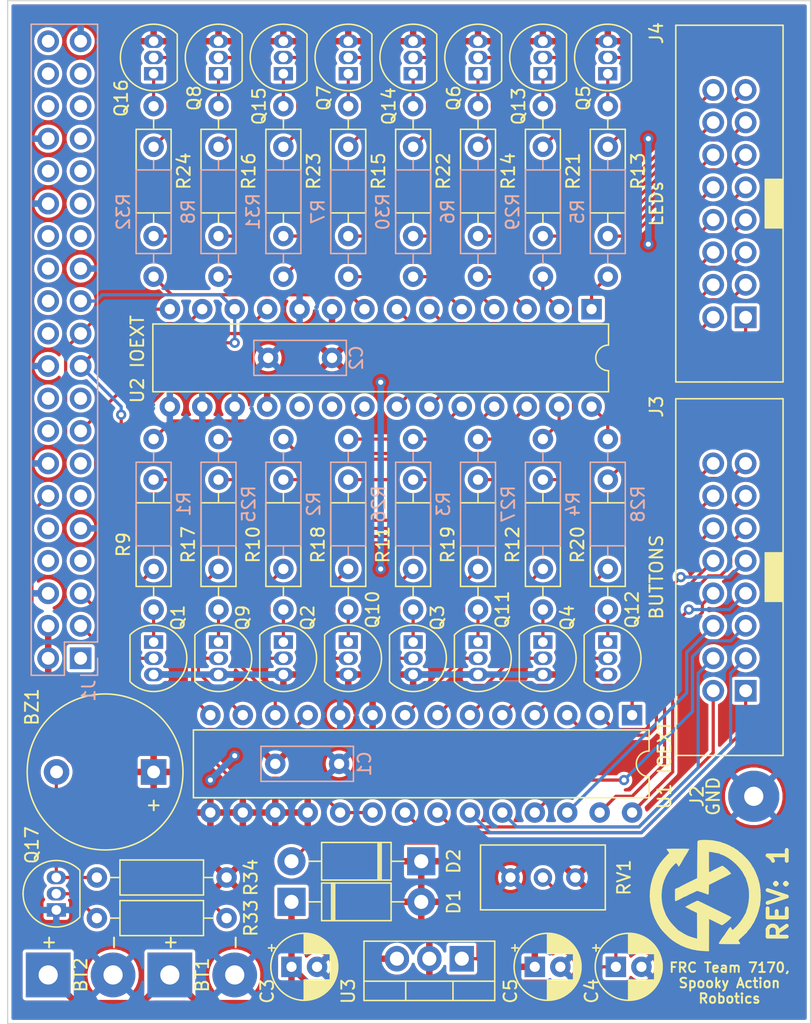
<source format=kicad_pcb>
(kicad_pcb (version 20171130) (host pcbnew "(5.1.0)-1")
  (layers (0 F.Cu signal) (31 B.Cu mixed) (34 B.Paste user) (35 F.Paste user) (36 B.SilkS user) (37 F.SilkS user) (38 B.Mask user) (39 F.Mask user) (44 Edge.Cuts user))
  (net 0 "")
  (net 1 GND)
  (net 2 "Net-(BT1-Pad1)")
  (net 3 +5V)
  (net 4 "Net-(C4-Pad1)")
  (net 5 "Net-(J1-Pad40)")
  (net 6 "Net-(J1-Pad38)")
  (net 7 "Net-(J1-Pad37)")
  (net 8 "Net-(J1-Pad36)")
  (net 9 "Net-(J1-Pad35)")
  (net 10 "Net-(J1-Pad33)")
  (net 11 "Net-(J1-Pad32)")
  (net 12 "Net-(J1-Pad31)")
  (net 13 "Net-(J1-Pad29)")
  (net 14 "Net-(J1-Pad28)")
  (net 15 "Net-(J1-Pad27)")
  (net 16 "Net-(J1-Pad26)")
  (net 17 "Net-(J1-Pad24)")
  (net 18 /SCLK)
  (net 19 "Net-(J1-Pad22)")
  (net 20 /MISO)
  (net 21 /MOSI)
  (net 22 "Net-(J1-Pad18)")
  (net 23 "Net-(J1-Pad17)")
  (net 24 "Net-(J1-Pad16)")
  (net 25 /INT)
  (net 26 "Net-(J1-Pad10)")
  (net 27 "Net-(J1-Pad8)")
  (net 28 "Net-(J1-Pad7)")
  (net 29 "Net-(J1-Pad1)")
  (net 30 /buttons/BUTTON16)
  (net 31 /buttons/BUTTON15)
  (net 32 /buttons/BUTTON14)
  (net 33 /buttons/BUTTON13)
  (net 34 /buttons/BUTTON12)
  (net 35 /buttons/BUTTON11)
  (net 36 /buttons/BUTTON10)
  (net 37 /buttons/BUTTON9)
  (net 38 /buttons/BUTTON8)
  (net 39 /buttons/BUTTON7)
  (net 40 /buttons/BUTTON6)
  (net 41 /buttons/BUTTON5)
  (net 42 /buttons/BUTTON4)
  (net 43 /buttons/BUTTON3)
  (net 44 /buttons/BUTTON2)
  (net 45 /buttons/BUTTON1)
  (net 46 "Net-(Q1-Pad1)")
  (net 47 "Net-(Q1-Pad2)")
  (net 48 "Net-(Q2-Pad1)")
  (net 49 "Net-(Q2-Pad2)")
  (net 50 "Net-(Q3-Pad1)")
  (net 51 "Net-(Q3-Pad2)")
  (net 52 "Net-(Q4-Pad1)")
  (net 53 "Net-(Q4-Pad2)")
  (net 54 "Net-(Q5-Pad1)")
  (net 55 "Net-(Q5-Pad2)")
  (net 56 "Net-(Q6-Pad1)")
  (net 57 "Net-(Q6-Pad2)")
  (net 58 "Net-(Q7-Pad1)")
  (net 59 "Net-(Q7-Pad2)")
  (net 60 "Net-(Q8-Pad1)")
  (net 61 "Net-(Q8-Pad2)")
  (net 62 "Net-(Q9-Pad1)")
  (net 63 "Net-(Q9-Pad2)")
  (net 64 "Net-(Q10-Pad1)")
  (net 65 "Net-(Q10-Pad2)")
  (net 66 "Net-(Q11-Pad1)")
  (net 67 "Net-(Q11-Pad2)")
  (net 68 "Net-(Q12-Pad1)")
  (net 69 "Net-(Q12-Pad2)")
  (net 70 "Net-(Q13-Pad1)")
  (net 71 "Net-(Q13-Pad2)")
  (net 72 "Net-(Q14-Pad1)")
  (net 73 "Net-(Q14-Pad2)")
  (net 74 "Net-(Q15-Pad1)")
  (net 75 "Net-(Q15-Pad2)")
  (net 76 "Net-(Q16-Pad1)")
  (net 77 "Net-(Q16-Pad2)")
  (net 78 /leds/LED1)
  (net 79 /leds/LED3)
  (net 80 /leds/LED5)
  (net 81 /leds/LED7)
  (net 82 /leds/LED9)
  (net 83 /leds/LED11)
  (net 84 /leds/LED13)
  (net 85 /leds/LED15)
  (net 86 /leds/LED2)
  (net 87 /leds/LED4)
  (net 88 /leds/LED6)
  (net 89 /leds/LED8)
  (net 90 /leds/LED10)
  (net 91 /leds/LED12)
  (net 92 /leds/LED14)
  (net 93 /leds/LED16)
  (net 94 "Net-(U2-Pad20)")
  (net 95 "Net-(U2-Pad19)")
  (net 96 "Net-(J1-Pad13)")
  (net 97 "Net-(J1-Pad11)")
  (net 98 /buzzer/BUZZER_PWM)
  (net 99 "Net-(BZ1-Pad2)")
  (net 100 "Net-(Q17-Pad2)")
  (net 101 "Net-(J4-Pad1)")
  (net 102 "Net-(J4-Pad2)")
  (net 103 "Net-(J4-Pad3)")
  (net 104 "Net-(J4-Pad4)")
  (net 105 "Net-(J4-Pad5)")
  (net 106 "Net-(J4-Pad6)")
  (net 107 "Net-(J4-Pad7)")
  (net 108 "Net-(J4-Pad8)")
  (net 109 "Net-(J4-Pad9)")
  (net 110 "Net-(J4-Pad10)")
  (net 111 "Net-(J4-Pad11)")
  (net 112 "Net-(J4-Pad12)")
  (net 113 "Net-(J4-Pad13)")
  (net 114 "Net-(J4-Pad14)")
  (net 115 "Net-(J4-Pad15)")
  (net 116 "Net-(J4-Pad16)")
  (net 117 /~CS_Buttons)
  (net 118 /~CS_LEDs)
  (module Potentiometer_THT:Potentiometer_Bourns_3296W_Vertical (layer F.Cu) (at 55.245 84.455 180)
    (fp_text reference RV1 (at -8.89 0 90) (layer F.SilkS))
    (fp_text value R_POT_TRIM_US)
    (pad 3 thru_hole circle (at -5.08 0 180) (size 1.44 1.44) (drill 0.8) (layers *.Cu *.Mask) (net 3 +5V))
    (pad 2 thru_hole circle (at -2.54 0 180) (size 1.44 1.44) (drill 0.8) (layers *.Cu *.Mask) (net 4 "Net-(C4-Pad1)"))
    (pad 1 thru_hole circle (at 0 0 180) (size 1.44 1.44) (drill 0.8) (layers *.Cu *.Mask) (net 1 GND))
  )
  (module Package_DIP:DIP-28_W7.62mm (layer F.Cu) (at 64.77 71.755 270)
    (fp_text reference U1 (at 6.35 -2.54 90) (layer F.SilkS))
    (fp_text value MCP23S17_SP)
    (pad 28 thru_hole oval (at 7.62 0 270) (size 1.6 1.6) (drill 0.8) (layers *.Cu *.Mask) (net 38 /buttons/BUTTON8))
    (pad 14 thru_hole oval (at 0 33.02 270) (size 1.6 1.6) (drill 0.8) (layers *.Cu *.Mask) (net 20 /MISO))
    (pad 27 thru_hole oval (at 7.62 2.54 270) (size 1.6 1.6) (drill 0.8) (layers *.Cu *.Mask) (net 39 /buttons/BUTTON7))
    (pad 13 thru_hole oval (at 0 30.48 270) (size 1.6 1.6) (drill 0.8) (layers *.Cu *.Mask) (net 21 /MOSI))
    (pad 26 thru_hole oval (at 7.62 5.08 270) (size 1.6 1.6) (drill 0.8) (layers *.Cu *.Mask) (net 40 /buttons/BUTTON6))
    (pad 12 thru_hole oval (at 0 27.94 270) (size 1.6 1.6) (drill 0.8) (layers *.Cu *.Mask) (net 18 /SCLK))
    (pad 25 thru_hole oval (at 7.62 7.62 270) (size 1.6 1.6) (drill 0.8) (layers *.Cu *.Mask) (net 41 /buttons/BUTTON5))
    (pad 11 thru_hole oval (at 0 25.4 270) (size 1.6 1.6) (drill 0.8) (layers *.Cu *.Mask) (net 117 /~CS_Buttons))
    (pad 24 thru_hole oval (at 7.62 10.16 270) (size 1.6 1.6) (drill 0.8) (layers *.Cu *.Mask) (net 42 /buttons/BUTTON4))
    (pad 10 thru_hole oval (at 0 22.86 270) (size 1.6 1.6) (drill 0.8) (layers *.Cu *.Mask) (net 1 GND))
    (pad 23 thru_hole oval (at 7.62 12.7 270) (size 1.6 1.6) (drill 0.8) (layers *.Cu *.Mask) (net 43 /buttons/BUTTON3))
    (pad 9 thru_hole oval (at 0 20.32 270) (size 1.6 1.6) (drill 0.8) (layers *.Cu *.Mask) (net 3 +5V))
    (pad 22 thru_hole oval (at 7.62 15.24 270) (size 1.6 1.6) (drill 0.8) (layers *.Cu *.Mask) (net 44 /buttons/BUTTON2))
    (pad 8 thru_hole oval (at 0 17.78 270) (size 1.6 1.6) (drill 0.8) (layers *.Cu *.Mask) (net 30 /buttons/BUTTON16))
    (pad 21 thru_hole oval (at 7.62 17.78 270) (size 1.6 1.6) (drill 0.8) (layers *.Cu *.Mask) (net 45 /buttons/BUTTON1))
    (pad 7 thru_hole oval (at 0 15.24 270) (size 1.6 1.6) (drill 0.8) (layers *.Cu *.Mask) (net 31 /buttons/BUTTON15))
    (pad 20 thru_hole oval (at 7.62 20.32 270) (size 1.6 1.6) (drill 0.8) (layers *.Cu *.Mask) (net 25 /INT))
    (pad 6 thru_hole oval (at 0 12.7 270) (size 1.6 1.6) (drill 0.8) (layers *.Cu *.Mask) (net 32 /buttons/BUTTON14))
    (pad 19 thru_hole oval (at 7.62 22.86 270) (size 1.6 1.6) (drill 0.8) (layers *.Cu *.Mask) (net 25 /INT))
    (pad 5 thru_hole oval (at 0 10.16 270) (size 1.6 1.6) (drill 0.8) (layers *.Cu *.Mask) (net 33 /buttons/BUTTON13))
    (pad 18 thru_hole oval (at 7.62 25.4 270) (size 1.6 1.6) (drill 0.8) (layers *.Cu *.Mask) (net 3 +5V))
    (pad 4 thru_hole oval (at 0 7.62 270) (size 1.6 1.6) (drill 0.8) (layers *.Cu *.Mask) (net 34 /buttons/BUTTON12))
    (pad 17 thru_hole oval (at 7.62 27.94 270) (size 1.6 1.6) (drill 0.8) (layers *.Cu *.Mask) (net 3 +5V))
    (pad 3 thru_hole oval (at 0 5.08 270) (size 1.6 1.6) (drill 0.8) (layers *.Cu *.Mask) (net 35 /buttons/BUTTON11))
    (pad 16 thru_hole oval (at 7.62 30.48 270) (size 1.6 1.6) (drill 0.8) (layers *.Cu *.Mask) (net 3 +5V))
    (pad 2 thru_hole oval (at 0 2.54 270) (size 1.6 1.6) (drill 0.8) (layers *.Cu *.Mask) (net 36 /buttons/BUTTON10))
    (pad 15 thru_hole oval (at 7.62 33.02 270) (size 1.6 1.6) (drill 0.8) (layers *.Cu *.Mask) (net 3 +5V))
    (pad 1 thru_hole rect (at 0 0 270) (size 1.6 1.6) (drill 0.8) (layers *.Cu *.Mask) (net 37 /buttons/BUTTON9))
  )
  (module frcButtonBoardPro:16PIN_RIBBON_CONN (layer F.Cu) (at 72.39 60.96 180)
    (fp_text reference J3 (at 5.715 13.335 270) (layer F.SilkS))
    (fp_text value Conn_02x08_Odd_Even)
    (pad 1 thru_hole rect (at -1.27 -8.89 180) (size 1.7 1.7) (drill 1) (layers *.Cu *.Mask) (net 45 /buttons/BUTTON1))
    (pad 2 thru_hole circle (at 1.27 -8.89 180) (size 1.7 1.7) (drill 1) (layers *.Cu *.Mask) (net 44 /buttons/BUTTON2))
    (pad 3 thru_hole circle (at -1.27 -6.35 180) (size 1.7 1.7) (drill 1) (layers *.Cu *.Mask) (net 43 /buttons/BUTTON3))
    (pad 4 thru_hole circle (at 1.27 -6.35 180) (size 1.7 1.7) (drill 1) (layers *.Cu *.Mask) (net 42 /buttons/BUTTON4))
    (pad 5 thru_hole circle (at -1.27 -3.81 180) (size 1.7 1.7) (drill 1) (layers *.Cu *.Mask) (net 41 /buttons/BUTTON5))
    (pad 6 thru_hole circle (at 1.27 -3.81 180) (size 1.7 1.7) (drill 1) (layers *.Cu *.Mask) (net 40 /buttons/BUTTON6))
    (pad 7 thru_hole circle (at -1.27 -1.27 180) (size 1.7 1.7) (drill 1) (layers *.Cu *.Mask) (net 39 /buttons/BUTTON7))
    (pad 8 thru_hole circle (at 1.27 -1.27 180) (size 1.7 1.7) (drill 1) (layers *.Cu *.Mask) (net 38 /buttons/BUTTON8))
    (pad 9 thru_hole circle (at -1.27 1.27 180) (size 1.7 1.7) (drill 1) (layers *.Cu *.Mask) (net 37 /buttons/BUTTON9))
    (pad 10 thru_hole circle (at 1.27 1.27 180) (size 1.7 1.7) (drill 1) (layers *.Cu *.Mask) (net 36 /buttons/BUTTON10))
    (pad 11 thru_hole circle (at -1.27 3.81 180) (size 1.7 1.7) (drill 1) (layers *.Cu *.Mask) (net 35 /buttons/BUTTON11))
    (pad 12 thru_hole circle (at 1.27 3.81 180) (size 1.7 1.7) (drill 1) (layers *.Cu *.Mask) (net 34 /buttons/BUTTON12))
    (pad 13 thru_hole circle (at -1.27 6.35 180) (size 1.7 1.7) (drill 1) (layers *.Cu *.Mask) (net 33 /buttons/BUTTON13))
    (pad 14 thru_hole circle (at 1.27 6.35 180) (size 1.7 1.7) (drill 1) (layers *.Cu *.Mask) (net 32 /buttons/BUTTON14))
    (pad 15 thru_hole circle (at -1.27 8.89 180) (size 1.7 1.7) (drill 1) (layers *.Cu *.Mask) (net 31 /buttons/BUTTON15))
    (pad 16 thru_hole circle (at 1.27 8.89 180) (size 1.7 1.7) (drill 1) (layers *.Cu *.Mask) (net 30 /buttons/BUTTON16))
  )
  (module Capacitor_THT:C_Rect_L7.0mm_W2.5mm_P5.00mm (layer B.Cu) (at 36.83 75.565)
    (fp_text reference C1 (at 6.985 0 90) (layer B.SilkS) (effects (justify mirror)))
    (fp_text value 100n)
    (pad 2 thru_hole circle (at 5 0) (size 1.6 1.6) (drill 0.8) (layers *.Cu *.Mask) (net 1 GND))
    (pad 1 thru_hole circle (at 0 0) (size 1.6 1.6) (drill 0.8) (layers *.Cu *.Mask) (net 3 +5V))
  )
  (module Buzzer_Beeper:Buzzer_12x9.5RM7.6 (layer F.Cu) (at 27.305 76.2 180)
    (fp_text reference BZ1 (at 9.525 5.08 270) (layer F.SilkS))
    (fp_text value Buzzer)
    (fp_text user + (at -0.01 -2.54 180) (layer F.SilkS))
    (pad 2 thru_hole circle (at 7.6 0 180) (size 2 2) (drill 1) (layers *.Cu *.Mask) (net 99 "Net-(BZ1-Pad2)"))
    (pad 1 thru_hole rect (at 0 0 180) (size 2 2) (drill 1) (layers *.Cu *.Mask) (net 3 +5V))
  )
  (module Resistor_THT:R_Axial_DIN0207_L6.3mm_D2.5mm_P10.16mm_Horizontal (layer F.Cu) (at 33.02 84.455 180)
    (fp_text reference R34 (at -1.905 0 270) (layer F.SilkS))
    (fp_text value 1K)
    (pad 2 thru_hole oval (at 10.16 0 180) (size 1.6 1.6) (drill 0.8) (layers *.Cu *.Mask) (net 99 "Net-(BZ1-Pad2)"))
    (pad 1 thru_hole circle (at 0 0 180) (size 1.6 1.6) (drill 0.8) (layers *.Cu *.Mask) (net 3 +5V))
  )
  (module Resistor_THT:R_Axial_DIN0207_L6.3mm_D2.5mm_P10.16mm_Horizontal (layer F.Cu) (at 22.86 87.63)
    (fp_text reference R33 (at 12.065 0 270) (layer F.SilkS))
    (fp_text value 1K)
    (pad 2 thru_hole oval (at 10.16 0) (size 1.6 1.6) (drill 0.8) (layers *.Cu *.Mask) (net 98 /buzzer/BUZZER_PWM))
    (pad 1 thru_hole circle (at 0 0) (size 1.6 1.6) (drill 0.8) (layers *.Cu *.Mask) (net 100 "Net-(Q17-Pad2)"))
  )
  (module Package_TO_SOT_THT:TO-92_Inline (layer F.Cu) (at 19.685 86.995 90)
    (fp_text reference Q17 (at 5.08 -1.905 270) (layer F.SilkS))
    (fp_text value 2N3904)
    (pad 1 thru_hole rect (at 0 0 90) (size 1.05 1.5) (drill 0.75) (layers *.Cu *.Mask) (net 1 GND))
    (pad 3 thru_hole oval (at 2.54 0 90) (size 1.05 1.5) (drill 0.75) (layers *.Cu *.Mask) (net 99 "Net-(BZ1-Pad2)"))
    (pad 2 thru_hole oval (at 1.27 0 90) (size 1.05 1.5) (drill 0.75) (layers *.Cu *.Mask) (net 100 "Net-(Q17-Pad2)"))
  )
  (module frcButtonBoardPro:16PIN_RIBBON_CONN (layer F.Cu) (at 72.39 31.75 180)
    (fp_text reference J4 (at 5.715 13.335 270) (layer F.SilkS))
    (fp_text value Conn_02x08_Odd_Even)
    (pad 1 thru_hole rect (at -1.27 -8.89 180) (size 1.7 1.7) (drill 1) (layers *.Cu *.Mask) (net 101 "Net-(J4-Pad1)"))
    (pad 2 thru_hole circle (at 1.27 -8.89 180) (size 1.7 1.7) (drill 1) (layers *.Cu *.Mask) (net 102 "Net-(J4-Pad2)"))
    (pad 3 thru_hole circle (at -1.27 -6.35 180) (size 1.7 1.7) (drill 1) (layers *.Cu *.Mask) (net 103 "Net-(J4-Pad3)"))
    (pad 4 thru_hole circle (at 1.27 -6.35 180) (size 1.7 1.7) (drill 1) (layers *.Cu *.Mask) (net 104 "Net-(J4-Pad4)"))
    (pad 5 thru_hole circle (at -1.27 -3.81 180) (size 1.7 1.7) (drill 1) (layers *.Cu *.Mask) (net 105 "Net-(J4-Pad5)"))
    (pad 6 thru_hole circle (at 1.27 -3.81 180) (size 1.7 1.7) (drill 1) (layers *.Cu *.Mask) (net 106 "Net-(J4-Pad6)"))
    (pad 7 thru_hole circle (at -1.27 -1.27 180) (size 1.7 1.7) (drill 1) (layers *.Cu *.Mask) (net 107 "Net-(J4-Pad7)"))
    (pad 8 thru_hole circle (at 1.27 -1.27 180) (size 1.7 1.7) (drill 1) (layers *.Cu *.Mask) (net 108 "Net-(J4-Pad8)"))
    (pad 9 thru_hole circle (at -1.27 1.27 180) (size 1.7 1.7) (drill 1) (layers *.Cu *.Mask) (net 109 "Net-(J4-Pad9)"))
    (pad 10 thru_hole circle (at 1.27 1.27 180) (size 1.7 1.7) (drill 1) (layers *.Cu *.Mask) (net 110 "Net-(J4-Pad10)"))
    (pad 11 thru_hole circle (at -1.27 3.81 180) (size 1.7 1.7) (drill 1) (layers *.Cu *.Mask) (net 111 "Net-(J4-Pad11)"))
    (pad 12 thru_hole circle (at 1.27 3.81 180) (size 1.7 1.7) (drill 1) (layers *.Cu *.Mask) (net 112 "Net-(J4-Pad12)"))
    (pad 13 thru_hole circle (at -1.27 6.35 180) (size 1.7 1.7) (drill 1) (layers *.Cu *.Mask) (net 113 "Net-(J4-Pad13)"))
    (pad 14 thru_hole circle (at 1.27 6.35 180) (size 1.7 1.7) (drill 1) (layers *.Cu *.Mask) (net 114 "Net-(J4-Pad14)"))
    (pad 15 thru_hole circle (at -1.27 8.89 180) (size 1.7 1.7) (drill 1) (layers *.Cu *.Mask) (net 115 "Net-(J4-Pad15)"))
    (pad 16 thru_hole circle (at 1.27 8.89 180) (size 1.7 1.7) (drill 1) (layers *.Cu *.Mask) (net 116 "Net-(J4-Pad16)"))
  )
  (module Package_TO_SOT_THT:TO-92_Inline (layer F.Cu) (at 62.865 66.04 270)
    (fp_text reference Q12 (at -2.54 -1.905 270) (layer F.SilkS))
    (fp_text value 2N3904)
    (pad 1 thru_hole rect (at 0 0 270) (size 1.05 1.5) (drill 0.75) (layers *.Cu *.Mask) (net 68 "Net-(Q12-Pad1)"))
    (pad 3 thru_hole oval (at 2.54 0 270) (size 1.05 1.5) (drill 0.75) (layers *.Cu *.Mask) (net 3 +5V))
    (pad 2 thru_hole oval (at 1.27 0 270) (size 1.05 1.5) (drill 0.75) (layers *.Cu *.Mask) (net 69 "Net-(Q12-Pad2)"))
  )
  (module Connector_Wire:SolderWirePad_1x02_P5.08mm_Drill1.5mm (layer F.Cu) (at 28.575 92.075)
    (fp_text reference BT1 (at 2.54 0 90) (layer F.SilkS))
    (fp_text value Battery)
    (pad 2 thru_hole circle (at 5.08 0) (size 3.50012 3.50012) (drill 1.50114) (layers *.Cu *.Mask) (net 1 GND))
    (pad 1 thru_hole rect (at 0 0) (size 3.50012 3.50012) (drill 1.50114) (layers *.Cu *.Mask) (net 2 "Net-(BT1-Pad1)"))
  )
  (module frcButtonBoardPro:SA_LOGO1 (layer F.Cu) (at 70.485 85.725 90)
    (fp_text reference G*** hide)
    (fp_text value LOGO hide)
  )
  (module Resistor_THT:R_Axial_DIN0207_L6.3mm_D2.5mm_P10.16mm_Horizontal (layer B.Cu) (at 62.865 60.325 90)
    (fp_text reference R28 (at 5.08 2.37 90) (layer B.SilkS) (effects (justify mirror)))
    (fp_text value 10K)
    (pad 2 thru_hole oval (at 10.16 0 90) (size 1.6 1.6) (drill 0.8) (layers *.Cu *.Mask) (net 89 /leds/LED8))
    (pad 1 thru_hole circle (at 0 0 90) (size 1.6 1.6) (drill 0.8) (layers *.Cu *.Mask) (net 69 "Net-(Q12-Pad2)"))
  )
  (module Package_TO_SOT_THT:TO-220-3_Vertical (layer F.Cu) (at 51.435 90.805 180)
    (fp_text reference U3 (at 8.89 -2.54 270) (layer F.SilkS))
    (fp_text value LM317_3PinPackage)
    (pad 3 thru_hole oval (at 5.08 0 180) (size 1.905 2) (drill 1.1) (layers *.Cu *.Mask) (net 2 "Net-(BT1-Pad1)"))
    (pad 2 thru_hole oval (at 2.54 0 180) (size 1.905 2) (drill 1.1) (layers *.Cu *.Mask) (net 3 +5V))
    (pad 1 thru_hole rect (at 0 0 180) (size 1.905 2) (drill 1.1) (layers *.Cu *.Mask) (net 4 "Net-(C4-Pad1)"))
  )
  (module Package_DIP:DIP-28_W7.62mm (layer F.Cu) (at 61.595 40.005 270)
    (fp_text reference U2 (at 6.35 35.56 270) (layer F.SilkS))
    (fp_text value MCP23S17_SP)
    (pad 28 thru_hole oval (at 7.62 0 270) (size 1.6 1.6) (drill 0.8) (layers *.Cu *.Mask) (net 89 /leds/LED8))
    (pad 14 thru_hole oval (at 0 33.02 270) (size 1.6 1.6) (drill 0.8) (layers *.Cu *.Mask) (net 20 /MISO))
    (pad 27 thru_hole oval (at 7.62 2.54 270) (size 1.6 1.6) (drill 0.8) (layers *.Cu *.Mask) (net 81 /leds/LED7))
    (pad 13 thru_hole oval (at 0 30.48 270) (size 1.6 1.6) (drill 0.8) (layers *.Cu *.Mask) (net 21 /MOSI))
    (pad 26 thru_hole oval (at 7.62 5.08 270) (size 1.6 1.6) (drill 0.8) (layers *.Cu *.Mask) (net 88 /leds/LED6))
    (pad 12 thru_hole oval (at 0 27.94 270) (size 1.6 1.6) (drill 0.8) (layers *.Cu *.Mask) (net 18 /SCLK))
    (pad 25 thru_hole oval (at 7.62 7.62 270) (size 1.6 1.6) (drill 0.8) (layers *.Cu *.Mask) (net 80 /leds/LED5))
    (pad 11 thru_hole oval (at 0 25.4 270) (size 1.6 1.6) (drill 0.8) (layers *.Cu *.Mask) (net 118 /~CS_LEDs))
    (pad 24 thru_hole oval (at 7.62 10.16 270) (size 1.6 1.6) (drill 0.8) (layers *.Cu *.Mask) (net 87 /leds/LED4))
    (pad 10 thru_hole oval (at 0 22.86 270) (size 1.6 1.6) (drill 0.8) (layers *.Cu *.Mask) (net 1 GND))
    (pad 23 thru_hole oval (at 7.62 12.7 270) (size 1.6 1.6) (drill 0.8) (layers *.Cu *.Mask) (net 79 /leds/LED3))
    (pad 9 thru_hole oval (at 0 20.32 270) (size 1.6 1.6) (drill 0.8) (layers *.Cu *.Mask) (net 3 +5V))
    (pad 22 thru_hole oval (at 7.62 15.24 270) (size 1.6 1.6) (drill 0.8) (layers *.Cu *.Mask) (net 86 /leds/LED2))
    (pad 8 thru_hole oval (at 0 17.78 270) (size 1.6 1.6) (drill 0.8) (layers *.Cu *.Mask) (net 93 /leds/LED16))
    (pad 21 thru_hole oval (at 7.62 17.78 270) (size 1.6 1.6) (drill 0.8) (layers *.Cu *.Mask) (net 78 /leds/LED1))
    (pad 7 thru_hole oval (at 0 15.24 270) (size 1.6 1.6) (drill 0.8) (layers *.Cu *.Mask) (net 85 /leds/LED15))
    (pad 20 thru_hole oval (at 7.62 20.32 270) (size 1.6 1.6) (drill 0.8) (layers *.Cu *.Mask) (net 94 "Net-(U2-Pad20)"))
    (pad 6 thru_hole oval (at 0 12.7 270) (size 1.6 1.6) (drill 0.8) (layers *.Cu *.Mask) (net 92 /leds/LED14))
    (pad 19 thru_hole oval (at 7.62 22.86 270) (size 1.6 1.6) (drill 0.8) (layers *.Cu *.Mask) (net 95 "Net-(U2-Pad19)"))
    (pad 5 thru_hole oval (at 0 10.16 270) (size 1.6 1.6) (drill 0.8) (layers *.Cu *.Mask) (net 84 /leds/LED13))
    (pad 18 thru_hole oval (at 7.62 25.4 270) (size 1.6 1.6) (drill 0.8) (layers *.Cu *.Mask) (net 3 +5V))
    (pad 4 thru_hole oval (at 0 7.62 270) (size 1.6 1.6) (drill 0.8) (layers *.Cu *.Mask) (net 91 /leds/LED12))
    (pad 17 thru_hole oval (at 7.62 27.94 270) (size 1.6 1.6) (drill 0.8) (layers *.Cu *.Mask) (net 1 GND))
    (pad 3 thru_hole oval (at 0 5.08 270) (size 1.6 1.6) (drill 0.8) (layers *.Cu *.Mask) (net 83 /leds/LED11))
    (pad 16 thru_hole oval (at 7.62 30.48 270) (size 1.6 1.6) (drill 0.8) (layers *.Cu *.Mask) (net 1 GND))
    (pad 2 thru_hole oval (at 0 2.54 270) (size 1.6 1.6) (drill 0.8) (layers *.Cu *.Mask) (net 90 /leds/LED10))
    (pad 15 thru_hole oval (at 7.62 33.02 270) (size 1.6 1.6) (drill 0.8) (layers *.Cu *.Mask) (net 1 GND))
    (pad 1 thru_hole rect (at 0 0 270) (size 1.6 1.6) (drill 0.8) (layers *.Cu *.Mask) (net 82 /leds/LED9))
  )
  (module Resistor_THT:R_Axial_DIN0207_L6.3mm_D2.5mm_P10.16mm_Horizontal (layer B.Cu) (at 27.305 27.305 270)
    (fp_text reference R32 (at 5.08 2.37 270) (layer B.SilkS) (effects (justify mirror)))
    (fp_text value 10K)
    (pad 2 thru_hole oval (at 10.16 0 270) (size 1.6 1.6) (drill 0.8) (layers *.Cu *.Mask) (net 93 /leds/LED16))
    (pad 1 thru_hole circle (at 0 0 270) (size 1.6 1.6) (drill 0.8) (layers *.Cu *.Mask) (net 77 "Net-(Q16-Pad2)"))
  )
  (module Resistor_THT:R_Axial_DIN0207_L6.3mm_D2.5mm_P10.16mm_Horizontal (layer B.Cu) (at 37.465 27.305 270)
    (fp_text reference R31 (at 5.08 2.37 270) (layer B.SilkS) (effects (justify mirror)))
    (fp_text value 10K)
    (pad 2 thru_hole oval (at 10.16 0 270) (size 1.6 1.6) (drill 0.8) (layers *.Cu *.Mask) (net 92 /leds/LED14))
    (pad 1 thru_hole circle (at 0 0 270) (size 1.6 1.6) (drill 0.8) (layers *.Cu *.Mask) (net 75 "Net-(Q15-Pad2)"))
  )
  (module Resistor_THT:R_Axial_DIN0207_L6.3mm_D2.5mm_P10.16mm_Horizontal (layer B.Cu) (at 47.625 27.305 270)
    (fp_text reference R30 (at 5.08 2.37 270) (layer B.SilkS) (effects (justify mirror)))
    (fp_text value 10K)
    (pad 2 thru_hole oval (at 10.16 0 270) (size 1.6 1.6) (drill 0.8) (layers *.Cu *.Mask) (net 91 /leds/LED12))
    (pad 1 thru_hole circle (at 0 0 270) (size 1.6 1.6) (drill 0.8) (layers *.Cu *.Mask) (net 73 "Net-(Q14-Pad2)"))
  )
  (module Resistor_THT:R_Axial_DIN0207_L6.3mm_D2.5mm_P10.16mm_Horizontal (layer B.Cu) (at 57.785 27.305 270)
    (fp_text reference R29 (at 5.08 2.37 270) (layer B.SilkS) (effects (justify mirror)))
    (fp_text value 10K)
    (pad 2 thru_hole oval (at 10.16 0 270) (size 1.6 1.6) (drill 0.8) (layers *.Cu *.Mask) (net 90 /leds/LED10))
    (pad 1 thru_hole circle (at 0 0 270) (size 1.6 1.6) (drill 0.8) (layers *.Cu *.Mask) (net 71 "Net-(Q13-Pad2)"))
  )
  (module Resistor_THT:R_Axial_DIN0207_L6.3mm_D2.5mm_P10.16mm_Horizontal (layer B.Cu) (at 52.705 60.325 90)
    (fp_text reference R27 (at 5.08 2.37 90) (layer B.SilkS) (effects (justify mirror)))
    (fp_text value 10K)
    (pad 2 thru_hole oval (at 10.16 0 90) (size 1.6 1.6) (drill 0.8) (layers *.Cu *.Mask) (net 88 /leds/LED6))
    (pad 1 thru_hole circle (at 0 0 90) (size 1.6 1.6) (drill 0.8) (layers *.Cu *.Mask) (net 67 "Net-(Q11-Pad2)"))
  )
  (module Resistor_THT:R_Axial_DIN0207_L6.3mm_D2.5mm_P10.16mm_Horizontal (layer B.Cu) (at 42.545 60.325 90)
    (fp_text reference R26 (at 5.08 2.37 90) (layer B.SilkS) (effects (justify mirror)))
    (fp_text value 10K)
    (pad 2 thru_hole oval (at 10.16 0 90) (size 1.6 1.6) (drill 0.8) (layers *.Cu *.Mask) (net 87 /leds/LED4))
    (pad 1 thru_hole circle (at 0 0 90) (size 1.6 1.6) (drill 0.8) (layers *.Cu *.Mask) (net 65 "Net-(Q10-Pad2)"))
  )
  (module Resistor_THT:R_Axial_DIN0207_L6.3mm_D2.5mm_P10.16mm_Horizontal (layer B.Cu) (at 32.385 60.325 90)
    (fp_text reference R25 (at 5.08 2.37 90) (layer B.SilkS) (effects (justify mirror)))
    (fp_text value 10K)
    (pad 2 thru_hole oval (at 10.16 0 90) (size 1.6 1.6) (drill 0.8) (layers *.Cu *.Mask) (net 86 /leds/LED2))
    (pad 1 thru_hole circle (at 0 0 90) (size 1.6 1.6) (drill 0.8) (layers *.Cu *.Mask) (net 63 "Net-(Q9-Pad2)"))
  )
  (module Resistor_THT:R_Axial_DIN0207_L6.3mm_D2.5mm_P10.16mm_Horizontal (layer F.Cu) (at 27.305 24.13 270)
    (fp_text reference R24 (at 5.08 -2.37 270) (layer F.SilkS))
    (fp_text value 100R)
    (pad 2 thru_hole oval (at 10.16 0 270) (size 1.6 1.6) (drill 0.8) (layers *.Cu *.Mask) (net 116 "Net-(J4-Pad16)"))
    (pad 1 thru_hole circle (at 0 0 270) (size 1.6 1.6) (drill 0.8) (layers *.Cu *.Mask) (net 76 "Net-(Q16-Pad1)"))
  )
  (module Resistor_THT:R_Axial_DIN0207_L6.3mm_D2.5mm_P10.16mm_Horizontal (layer F.Cu) (at 37.465 24.13 270)
    (fp_text reference R23 (at 5.08 -2.37 270) (layer F.SilkS))
    (fp_text value 100R)
    (pad 2 thru_hole oval (at 10.16 0 270) (size 1.6 1.6) (drill 0.8) (layers *.Cu *.Mask) (net 114 "Net-(J4-Pad14)"))
    (pad 1 thru_hole circle (at 0 0 270) (size 1.6 1.6) (drill 0.8) (layers *.Cu *.Mask) (net 74 "Net-(Q15-Pad1)"))
  )
  (module Resistor_THT:R_Axial_DIN0207_L6.3mm_D2.5mm_P10.16mm_Horizontal (layer F.Cu) (at 47.625 24.13 270)
    (fp_text reference R22 (at 5.08 -2.37 270) (layer F.SilkS))
    (fp_text value 100R)
    (pad 2 thru_hole oval (at 10.16 0 270) (size 1.6 1.6) (drill 0.8) (layers *.Cu *.Mask) (net 112 "Net-(J4-Pad12)"))
    (pad 1 thru_hole circle (at 0 0 270) (size 1.6 1.6) (drill 0.8) (layers *.Cu *.Mask) (net 72 "Net-(Q14-Pad1)"))
  )
  (module Resistor_THT:R_Axial_DIN0207_L6.3mm_D2.5mm_P10.16mm_Horizontal (layer F.Cu) (at 57.785 24.13 270)
    (fp_text reference R21 (at 5.08 -2.37 270) (layer F.SilkS))
    (fp_text value 100R)
    (pad 2 thru_hole oval (at 10.16 0 270) (size 1.6 1.6) (drill 0.8) (layers *.Cu *.Mask) (net 110 "Net-(J4-Pad10)"))
    (pad 1 thru_hole circle (at 0 0 270) (size 1.6 1.6) (drill 0.8) (layers *.Cu *.Mask) (net 70 "Net-(Q13-Pad1)"))
  )
  (module Resistor_THT:R_Axial_DIN0207_L6.3mm_D2.5mm_P10.16mm_Horizontal (layer F.Cu) (at 62.865 63.5 90)
    (fp_text reference R20 (at 5.08 -2.37 90) (layer F.SilkS))
    (fp_text value 100R)
    (pad 2 thru_hole oval (at 10.16 0 90) (size 1.6 1.6) (drill 0.8) (layers *.Cu *.Mask) (net 108 "Net-(J4-Pad8)"))
    (pad 1 thru_hole circle (at 0 0 90) (size 1.6 1.6) (drill 0.8) (layers *.Cu *.Mask) (net 68 "Net-(Q12-Pad1)"))
  )
  (module Resistor_THT:R_Axial_DIN0207_L6.3mm_D2.5mm_P10.16mm_Horizontal (layer F.Cu) (at 52.705 63.5 90)
    (fp_text reference R19 (at 5.08 -2.37 90) (layer F.SilkS))
    (fp_text value 100R)
    (pad 2 thru_hole oval (at 10.16 0 90) (size 1.6 1.6) (drill 0.8) (layers *.Cu *.Mask) (net 106 "Net-(J4-Pad6)"))
    (pad 1 thru_hole circle (at 0 0 90) (size 1.6 1.6) (drill 0.8) (layers *.Cu *.Mask) (net 66 "Net-(Q11-Pad1)"))
  )
  (module Resistor_THT:R_Axial_DIN0207_L6.3mm_D2.5mm_P10.16mm_Horizontal (layer F.Cu) (at 42.545 63.5 90)
    (fp_text reference R18 (at 5.08 -2.37 90) (layer F.SilkS))
    (fp_text value 100R)
    (pad 2 thru_hole oval (at 10.16 0 90) (size 1.6 1.6) (drill 0.8) (layers *.Cu *.Mask) (net 104 "Net-(J4-Pad4)"))
    (pad 1 thru_hole circle (at 0 0 90) (size 1.6 1.6) (drill 0.8) (layers *.Cu *.Mask) (net 64 "Net-(Q10-Pad1)"))
  )
  (module Resistor_THT:R_Axial_DIN0207_L6.3mm_D2.5mm_P10.16mm_Horizontal (layer F.Cu) (at 32.385 63.5 90)
    (fp_text reference R17 (at 5.08 -2.37 90) (layer F.SilkS))
    (fp_text value 100R)
    (pad 2 thru_hole oval (at 10.16 0 90) (size 1.6 1.6) (drill 0.8) (layers *.Cu *.Mask) (net 102 "Net-(J4-Pad2)"))
    (pad 1 thru_hole circle (at 0 0 90) (size 1.6 1.6) (drill 0.8) (layers *.Cu *.Mask) (net 62 "Net-(Q9-Pad1)"))
  )
  (module Resistor_THT:R_Axial_DIN0207_L6.3mm_D2.5mm_P10.16mm_Horizontal (layer F.Cu) (at 32.385 24.13 270)
    (fp_text reference R16 (at 5.08 -2.37 270) (layer F.SilkS))
    (fp_text value 100R)
    (pad 2 thru_hole oval (at 10.16 0 270) (size 1.6 1.6) (drill 0.8) (layers *.Cu *.Mask) (net 115 "Net-(J4-Pad15)"))
    (pad 1 thru_hole circle (at 0 0 270) (size 1.6 1.6) (drill 0.8) (layers *.Cu *.Mask) (net 60 "Net-(Q8-Pad1)"))
  )
  (module Resistor_THT:R_Axial_DIN0207_L6.3mm_D2.5mm_P10.16mm_Horizontal (layer F.Cu) (at 42.545 24.13 270)
    (fp_text reference R15 (at 5.08 -2.37 270) (layer F.SilkS))
    (fp_text value 100R)
    (pad 2 thru_hole oval (at 10.16 0 270) (size 1.6 1.6) (drill 0.8) (layers *.Cu *.Mask) (net 113 "Net-(J4-Pad13)"))
    (pad 1 thru_hole circle (at 0 0 270) (size 1.6 1.6) (drill 0.8) (layers *.Cu *.Mask) (net 58 "Net-(Q7-Pad1)"))
  )
  (module Resistor_THT:R_Axial_DIN0207_L6.3mm_D2.5mm_P10.16mm_Horizontal (layer F.Cu) (at 52.705 24.13 270)
    (fp_text reference R14 (at 5.08 -2.37 270) (layer F.SilkS))
    (fp_text value 100R)
    (pad 2 thru_hole oval (at 10.16 0 270) (size 1.6 1.6) (drill 0.8) (layers *.Cu *.Mask) (net 111 "Net-(J4-Pad11)"))
    (pad 1 thru_hole circle (at 0 0 270) (size 1.6 1.6) (drill 0.8) (layers *.Cu *.Mask) (net 56 "Net-(Q6-Pad1)"))
  )
  (module Resistor_THT:R_Axial_DIN0207_L6.3mm_D2.5mm_P10.16mm_Horizontal (layer F.Cu) (at 62.865 24.13 270)
    (fp_text reference R13 (at 5.08 -2.37 270) (layer F.SilkS))
    (fp_text value 100R)
    (pad 2 thru_hole oval (at 10.16 0 270) (size 1.6 1.6) (drill 0.8) (layers *.Cu *.Mask) (net 109 "Net-(J4-Pad9)"))
    (pad 1 thru_hole circle (at 0 0 270) (size 1.6 1.6) (drill 0.8) (layers *.Cu *.Mask) (net 54 "Net-(Q5-Pad1)"))
  )
  (module Resistor_THT:R_Axial_DIN0207_L6.3mm_D2.5mm_P10.16mm_Horizontal (layer F.Cu) (at 57.785 63.5 90)
    (fp_text reference R12 (at 5.08 -2.37 90) (layer F.SilkS))
    (fp_text value 100R)
    (pad 2 thru_hole oval (at 10.16 0 90) (size 1.6 1.6) (drill 0.8) (layers *.Cu *.Mask) (net 107 "Net-(J4-Pad7)"))
    (pad 1 thru_hole circle (at 0 0 90) (size 1.6 1.6) (drill 0.8) (layers *.Cu *.Mask) (net 52 "Net-(Q4-Pad1)"))
  )
  (module Resistor_THT:R_Axial_DIN0207_L6.3mm_D2.5mm_P10.16mm_Horizontal (layer F.Cu) (at 47.625 63.5 90)
    (fp_text reference R11 (at 5.08 -2.37 90) (layer F.SilkS))
    (fp_text value 100R)
    (pad 2 thru_hole oval (at 10.16 0 90) (size 1.6 1.6) (drill 0.8) (layers *.Cu *.Mask) (net 105 "Net-(J4-Pad5)"))
    (pad 1 thru_hole circle (at 0 0 90) (size 1.6 1.6) (drill 0.8) (layers *.Cu *.Mask) (net 50 "Net-(Q3-Pad1)"))
  )
  (module Resistor_THT:R_Axial_DIN0207_L6.3mm_D2.5mm_P10.16mm_Horizontal (layer F.Cu) (at 37.465 63.5 90)
    (fp_text reference R10 (at 5.08 -2.37 90) (layer F.SilkS))
    (fp_text value 100R)
    (pad 2 thru_hole oval (at 10.16 0 90) (size 1.6 1.6) (drill 0.8) (layers *.Cu *.Mask) (net 103 "Net-(J4-Pad3)"))
    (pad 1 thru_hole circle (at 0 0 90) (size 1.6 1.6) (drill 0.8) (layers *.Cu *.Mask) (net 48 "Net-(Q2-Pad1)"))
  )
  (module Resistor_THT:R_Axial_DIN0207_L6.3mm_D2.5mm_P10.16mm_Horizontal (layer F.Cu) (at 27.305 63.5 90)
    (fp_text reference R9 (at 5.08 -2.37 90) (layer F.SilkS))
    (fp_text value 100R)
    (pad 2 thru_hole oval (at 10.16 0 90) (size 1.6 1.6) (drill 0.8) (layers *.Cu *.Mask) (net 101 "Net-(J4-Pad1)"))
    (pad 1 thru_hole circle (at 0 0 90) (size 1.6 1.6) (drill 0.8) (layers *.Cu *.Mask) (net 46 "Net-(Q1-Pad1)"))
  )
  (module Resistor_THT:R_Axial_DIN0207_L6.3mm_D2.5mm_P10.16mm_Horizontal (layer B.Cu) (at 32.385 27.305 270)
    (fp_text reference R8 (at 5.08 2.37 270) (layer B.SilkS) (effects (justify mirror)))
    (fp_text value 10K)
    (pad 2 thru_hole oval (at 10.16 0 270) (size 1.6 1.6) (drill 0.8) (layers *.Cu *.Mask) (net 85 /leds/LED15))
    (pad 1 thru_hole circle (at 0 0 270) (size 1.6 1.6) (drill 0.8) (layers *.Cu *.Mask) (net 61 "Net-(Q8-Pad2)"))
  )
  (module Resistor_THT:R_Axial_DIN0207_L6.3mm_D2.5mm_P10.16mm_Horizontal (layer B.Cu) (at 42.545 27.305 270)
    (fp_text reference R7 (at 5.08 2.37 270) (layer B.SilkS) (effects (justify mirror)))
    (fp_text value 10K)
    (pad 2 thru_hole oval (at 10.16 0 270) (size 1.6 1.6) (drill 0.8) (layers *.Cu *.Mask) (net 84 /leds/LED13))
    (pad 1 thru_hole circle (at 0 0 270) (size 1.6 1.6) (drill 0.8) (layers *.Cu *.Mask) (net 59 "Net-(Q7-Pad2)"))
  )
  (module Resistor_THT:R_Axial_DIN0207_L6.3mm_D2.5mm_P10.16mm_Horizontal (layer B.Cu) (at 52.705 27.305 270)
    (fp_text reference R6 (at 5.08 2.37 270) (layer B.SilkS) (effects (justify mirror)))
    (fp_text value 10K)
    (pad 2 thru_hole oval (at 10.16 0 270) (size 1.6 1.6) (drill 0.8) (layers *.Cu *.Mask) (net 83 /leds/LED11))
    (pad 1 thru_hole circle (at 0 0 270) (size 1.6 1.6) (drill 0.8) (layers *.Cu *.Mask) (net 57 "Net-(Q6-Pad2)"))
  )
  (module Resistor_THT:R_Axial_DIN0207_L6.3mm_D2.5mm_P10.16mm_Horizontal (layer B.Cu) (at 62.865 27.305 270)
    (fp_text reference R5 (at 5.08 2.37 270) (layer B.SilkS) (effects (justify mirror)))
    (fp_text value 10K)
    (pad 2 thru_hole oval (at 10.16 0 270) (size 1.6 1.6) (drill 0.8) (layers *.Cu *.Mask) (net 82 /leds/LED9))
    (pad 1 thru_hole circle (at 0 0 270) (size 1.6 1.6) (drill 0.8) (layers *.Cu *.Mask) (net 55 "Net-(Q5-Pad2)"))
  )
  (module Resistor_THT:R_Axial_DIN0207_L6.3mm_D2.5mm_P10.16mm_Horizontal (layer B.Cu) (at 57.785 60.325 90)
    (fp_text reference R4 (at 5.08 2.37 90) (layer B.SilkS) (effects (justify mirror)))
    (fp_text value 10K)
    (pad 2 thru_hole oval (at 10.16 0 90) (size 1.6 1.6) (drill 0.8) (layers *.Cu *.Mask) (net 81 /leds/LED7))
    (pad 1 thru_hole circle (at 0 0 90) (size 1.6 1.6) (drill 0.8) (layers *.Cu *.Mask) (net 53 "Net-(Q4-Pad2)"))
  )
  (module Resistor_THT:R_Axial_DIN0207_L6.3mm_D2.5mm_P10.16mm_Horizontal (layer B.Cu) (at 47.625 60.325 90)
    (fp_text reference R3 (at 5.08 2.37 90) (layer B.SilkS) (effects (justify mirror)))
    (fp_text value 10K)
    (pad 2 thru_hole oval (at 10.16 0 90) (size 1.6 1.6) (drill 0.8) (layers *.Cu *.Mask) (net 80 /leds/LED5))
    (pad 1 thru_hole circle (at 0 0 90) (size 1.6 1.6) (drill 0.8) (layers *.Cu *.Mask) (net 51 "Net-(Q3-Pad2)"))
  )
  (module Resistor_THT:R_Axial_DIN0207_L6.3mm_D2.5mm_P10.16mm_Horizontal (layer B.Cu) (at 37.465 60.325 90)
    (fp_text reference R2 (at 5.08 2.37 90) (layer B.SilkS) (effects (justify mirror)))
    (fp_text value 10K)
    (pad 2 thru_hole oval (at 10.16 0 90) (size 1.6 1.6) (drill 0.8) (layers *.Cu *.Mask) (net 79 /leds/LED3))
    (pad 1 thru_hole circle (at 0 0 90) (size 1.6 1.6) (drill 0.8) (layers *.Cu *.Mask) (net 49 "Net-(Q2-Pad2)"))
  )
  (module Resistor_THT:R_Axial_DIN0207_L6.3mm_D2.5mm_P10.16mm_Horizontal (layer B.Cu) (at 27.305 60.325 90)
    (fp_text reference R1 (at 5.08 2.37 90) (layer B.SilkS) (effects (justify mirror)))
    (fp_text value 10K)
    (pad 2 thru_hole oval (at 10.16 0 90) (size 1.6 1.6) (drill 0.8) (layers *.Cu *.Mask) (net 78 /leds/LED1))
    (pad 1 thru_hole circle (at 0 0 90) (size 1.6 1.6) (drill 0.8) (layers *.Cu *.Mask) (net 47 "Net-(Q1-Pad2)"))
  )
  (module Package_TO_SOT_THT:TO-92_Inline (layer F.Cu) (at 27.305 21.59 90)
    (fp_text reference Q16 (at -1.905 -2.54 90) (layer F.SilkS))
    (fp_text value 2N3904)
    (pad 1 thru_hole rect (at 0 0 90) (size 1.05 1.5) (drill 0.75) (layers *.Cu *.Mask) (net 76 "Net-(Q16-Pad1)"))
    (pad 3 thru_hole oval (at 2.54 0 90) (size 1.05 1.5) (drill 0.75) (layers *.Cu *.Mask) (net 3 +5V))
    (pad 2 thru_hole oval (at 1.27 0 90) (size 1.05 1.5) (drill 0.75) (layers *.Cu *.Mask) (net 77 "Net-(Q16-Pad2)"))
  )
  (module Package_TO_SOT_THT:TO-92_Inline (layer F.Cu) (at 37.465 21.59 90)
    (fp_text reference Q15 (at -2.54 -1.905 90) (layer F.SilkS))
    (fp_text value 2N3904)
    (pad 1 thru_hole rect (at 0 0 90) (size 1.05 1.5) (drill 0.75) (layers *.Cu *.Mask) (net 74 "Net-(Q15-Pad1)"))
    (pad 3 thru_hole oval (at 2.54 0 90) (size 1.05 1.5) (drill 0.75) (layers *.Cu *.Mask) (net 3 +5V))
    (pad 2 thru_hole oval (at 1.27 0 90) (size 1.05 1.5) (drill 0.75) (layers *.Cu *.Mask) (net 75 "Net-(Q15-Pad2)"))
  )
  (module Package_TO_SOT_THT:TO-92_Inline (layer F.Cu) (at 47.625 21.59 90)
    (fp_text reference Q14 (at -2.54 -1.905 90) (layer F.SilkS))
    (fp_text value 2N3904)
    (pad 1 thru_hole rect (at 0 0 90) (size 1.05 1.5) (drill 0.75) (layers *.Cu *.Mask) (net 72 "Net-(Q14-Pad1)"))
    (pad 3 thru_hole oval (at 2.54 0 90) (size 1.05 1.5) (drill 0.75) (layers *.Cu *.Mask) (net 3 +5V))
    (pad 2 thru_hole oval (at 1.27 0 90) (size 1.05 1.5) (drill 0.75) (layers *.Cu *.Mask) (net 73 "Net-(Q14-Pad2)"))
  )
  (module Package_TO_SOT_THT:TO-92_Inline (layer F.Cu) (at 57.785 21.59 90)
    (fp_text reference Q13 (at -2.54 -1.905 90) (layer F.SilkS))
    (fp_text value 2N3904)
    (pad 1 thru_hole rect (at 0 0 90) (size 1.05 1.5) (drill 0.75) (layers *.Cu *.Mask) (net 70 "Net-(Q13-Pad1)"))
    (pad 3 thru_hole oval (at 2.54 0 90) (size 1.05 1.5) (drill 0.75) (layers *.Cu *.Mask) (net 3 +5V))
    (pad 2 thru_hole oval (at 1.27 0 90) (size 1.05 1.5) (drill 0.75) (layers *.Cu *.Mask) (net 71 "Net-(Q13-Pad2)"))
  )
  (module Package_TO_SOT_THT:TO-92_Inline (layer F.Cu) (at 52.705 66.04 270)
    (fp_text reference Q11 (at -2.54 -1.905 270) (layer F.SilkS))
    (fp_text value 2N3904)
    (pad 1 thru_hole rect (at 0 0 270) (size 1.05 1.5) (drill 0.75) (layers *.Cu *.Mask) (net 66 "Net-(Q11-Pad1)"))
    (pad 3 thru_hole oval (at 2.54 0 270) (size 1.05 1.5) (drill 0.75) (layers *.Cu *.Mask) (net 3 +5V))
    (pad 2 thru_hole oval (at 1.27 0 270) (size 1.05 1.5) (drill 0.75) (layers *.Cu *.Mask) (net 67 "Net-(Q11-Pad2)"))
  )
  (module Package_TO_SOT_THT:TO-92_Inline (layer F.Cu) (at 42.545 66.04 270)
    (fp_text reference Q10 (at -2.54 -1.905 270) (layer F.SilkS))
    (fp_text value 2N3904)
    (pad 1 thru_hole rect (at 0 0 270) (size 1.05 1.5) (drill 0.75) (layers *.Cu *.Mask) (net 64 "Net-(Q10-Pad1)"))
    (pad 3 thru_hole oval (at 2.54 0 270) (size 1.05 1.5) (drill 0.75) (layers *.Cu *.Mask) (net 3 +5V))
    (pad 2 thru_hole oval (at 1.27 0 270) (size 1.05 1.5) (drill 0.75) (layers *.Cu *.Mask) (net 65 "Net-(Q10-Pad2)"))
  )
  (module Package_TO_SOT_THT:TO-92_Inline (layer F.Cu) (at 32.385 66.04 270)
    (fp_text reference Q9 (at -1.905 -1.905 270) (layer F.SilkS))
    (fp_text value 2N3904)
    (pad 1 thru_hole rect (at 0 0 270) (size 1.05 1.5) (drill 0.75) (layers *.Cu *.Mask) (net 62 "Net-(Q9-Pad1)"))
    (pad 3 thru_hole oval (at 2.54 0 270) (size 1.05 1.5) (drill 0.75) (layers *.Cu *.Mask) (net 3 +5V))
    (pad 2 thru_hole oval (at 1.27 0 270) (size 1.05 1.5) (drill 0.75) (layers *.Cu *.Mask) (net 63 "Net-(Q9-Pad2)"))
  )
  (module Package_TO_SOT_THT:TO-92_Inline (layer F.Cu) (at 32.385 21.59 90)
    (fp_text reference Q8 (at -1.905 -1.905 90) (layer F.SilkS))
    (fp_text value 2N3904)
    (pad 1 thru_hole rect (at 0 0 90) (size 1.05 1.5) (drill 0.75) (layers *.Cu *.Mask) (net 60 "Net-(Q8-Pad1)"))
    (pad 3 thru_hole oval (at 2.54 0 90) (size 1.05 1.5) (drill 0.75) (layers *.Cu *.Mask) (net 3 +5V))
    (pad 2 thru_hole oval (at 1.27 0 90) (size 1.05 1.5) (drill 0.75) (layers *.Cu *.Mask) (net 61 "Net-(Q8-Pad2)"))
  )
  (module Package_TO_SOT_THT:TO-92_Inline (layer F.Cu) (at 42.545 21.59 90)
    (fp_text reference Q7 (at -1.905 -1.905 90) (layer F.SilkS))
    (fp_text value 2N3904)
    (pad 1 thru_hole rect (at 0 0 90) (size 1.05 1.5) (drill 0.75) (layers *.Cu *.Mask) (net 58 "Net-(Q7-Pad1)"))
    (pad 3 thru_hole oval (at 2.54 0 90) (size 1.05 1.5) (drill 0.75) (layers *.Cu *.Mask) (net 3 +5V))
    (pad 2 thru_hole oval (at 1.27 0 90) (size 1.05 1.5) (drill 0.75) (layers *.Cu *.Mask) (net 59 "Net-(Q7-Pad2)"))
  )
  (module Package_TO_SOT_THT:TO-92_Inline (layer F.Cu) (at 52.705 21.59 90)
    (fp_text reference Q6 (at -1.905 -1.905 90) (layer F.SilkS))
    (fp_text value 2N3904)
    (pad 1 thru_hole rect (at 0 0 90) (size 1.05 1.5) (drill 0.75) (layers *.Cu *.Mask) (net 56 "Net-(Q6-Pad1)"))
    (pad 3 thru_hole oval (at 2.54 0 90) (size 1.05 1.5) (drill 0.75) (layers *.Cu *.Mask) (net 3 +5V))
    (pad 2 thru_hole oval (at 1.27 0 90) (size 1.05 1.5) (drill 0.75) (layers *.Cu *.Mask) (net 57 "Net-(Q6-Pad2)"))
  )
  (module Package_TO_SOT_THT:TO-92_Inline (layer F.Cu) (at 62.865 21.59 90)
    (fp_text reference Q5 (at -1.905 -1.905 90) (layer F.SilkS))
    (fp_text value 2N3904)
    (pad 1 thru_hole rect (at 0 0 90) (size 1.05 1.5) (drill 0.75) (layers *.Cu *.Mask) (net 54 "Net-(Q5-Pad1)"))
    (pad 3 thru_hole oval (at 2.54 0 90) (size 1.05 1.5) (drill 0.75) (layers *.Cu *.Mask) (net 3 +5V))
    (pad 2 thru_hole oval (at 1.27 0 90) (size 1.05 1.5) (drill 0.75) (layers *.Cu *.Mask) (net 55 "Net-(Q5-Pad2)"))
  )
  (module Package_TO_SOT_THT:TO-92_Inline (layer F.Cu) (at 57.785 66.04 270)
    (fp_text reference Q4 (at -1.905 -1.905 270) (layer F.SilkS))
    (fp_text value 2N3904)
    (pad 1 thru_hole rect (at 0 0 270) (size 1.05 1.5) (drill 0.75) (layers *.Cu *.Mask) (net 52 "Net-(Q4-Pad1)"))
    (pad 3 thru_hole oval (at 2.54 0 270) (size 1.05 1.5) (drill 0.75) (layers *.Cu *.Mask) (net 3 +5V))
    (pad 2 thru_hole oval (at 1.27 0 270) (size 1.05 1.5) (drill 0.75) (layers *.Cu *.Mask) (net 53 "Net-(Q4-Pad2)"))
  )
  (module Package_TO_SOT_THT:TO-92_Inline (layer F.Cu) (at 47.625 66.04 270)
    (fp_text reference Q3 (at -1.905 -1.905 270) (layer F.SilkS))
    (fp_text value 2N3904)
    (pad 1 thru_hole rect (at 0 0 270) (size 1.05 1.5) (drill 0.75) (layers *.Cu *.Mask) (net 50 "Net-(Q3-Pad1)"))
    (pad 3 thru_hole oval (at 2.54 0 270) (size 1.05 1.5) (drill 0.75) (layers *.Cu *.Mask) (net 3 +5V))
    (pad 2 thru_hole oval (at 1.27 0 270) (size 1.05 1.5) (drill 0.75) (layers *.Cu *.Mask) (net 51 "Net-(Q3-Pad2)"))
  )
  (module Package_TO_SOT_THT:TO-92_Inline (layer F.Cu) (at 37.465 66.04 270)
    (fp_text reference Q2 (at -1.905 -1.905 270) (layer F.SilkS))
    (fp_text value 2N3904)
    (pad 1 thru_hole rect (at 0 0 270) (size 1.05 1.5) (drill 0.75) (layers *.Cu *.Mask) (net 48 "Net-(Q2-Pad1)"))
    (pad 3 thru_hole oval (at 2.54 0 270) (size 1.05 1.5) (drill 0.75) (layers *.Cu *.Mask) (net 3 +5V))
    (pad 2 thru_hole oval (at 1.27 0 270) (size 1.05 1.5) (drill 0.75) (layers *.Cu *.Mask) (net 49 "Net-(Q2-Pad2)"))
  )
  (module Package_TO_SOT_THT:TO-92_Inline (layer F.Cu) (at 27.305 66.04 270)
    (fp_text reference Q1 (at -1.905 -1.905 270) (layer F.SilkS))
    (fp_text value 2N3904)
    (pad 1 thru_hole rect (at 0 0 270) (size 1.05 1.5) (drill 0.75) (layers *.Cu *.Mask) (net 46 "Net-(Q1-Pad1)"))
    (pad 3 thru_hole oval (at 2.54 0 270) (size 1.05 1.5) (drill 0.75) (layers *.Cu *.Mask) (net 3 +5V))
    (pad 2 thru_hole oval (at 1.27 0 270) (size 1.05 1.5) (drill 0.75) (layers *.Cu *.Mask) (net 47 "Net-(Q1-Pad2)"))
  )
  (module Connector_Wire:SolderWirePad_1x01_Drill1.5mm (layer F.Cu) (at 74.295 78.105)
    (fp_text reference J2 (at -4.445 0 90) (layer F.SilkS))
    (fp_text value Conn_01x01)
    (pad 1 thru_hole circle (at 0 0) (size 4.0005 4.0005) (drill 1.50114) (layers *.Cu *.Mask) (net 1 GND))
  )
  (module Connector_PinSocket_2.54mm:PinSocket_2x20_P2.54mm_Vertical (layer B.Cu) (at 21.59 67.31)
    (fp_text reference J1 (at 0.635 2.54 90) (layer B.SilkS) (effects (justify mirror)))
    (fp_text value Raspberry_Pi_2_3)
    (pad 40 thru_hole oval (at -2.54 -48.26) (size 1.7 1.7) (drill 1) (layers *.Cu *.Mask) (net 5 "Net-(J1-Pad40)"))
    (pad 39 thru_hole oval (at 0 -48.26) (size 1.7 1.7) (drill 1) (layers *.Cu *.Mask) (net 1 GND))
    (pad 38 thru_hole oval (at -2.54 -45.72) (size 1.7 1.7) (drill 1) (layers *.Cu *.Mask) (net 6 "Net-(J1-Pad38)"))
    (pad 37 thru_hole oval (at 0 -45.72) (size 1.7 1.7) (drill 1) (layers *.Cu *.Mask) (net 7 "Net-(J1-Pad37)"))
    (pad 36 thru_hole oval (at -2.54 -43.18) (size 1.7 1.7) (drill 1) (layers *.Cu *.Mask) (net 8 "Net-(J1-Pad36)"))
    (pad 35 thru_hole oval (at 0 -43.18) (size 1.7 1.7) (drill 1) (layers *.Cu *.Mask) (net 9 "Net-(J1-Pad35)"))
    (pad 34 thru_hole oval (at -2.54 -40.64) (size 1.7 1.7) (drill 1) (layers *.Cu *.Mask) (net 1 GND))
    (pad 33 thru_hole oval (at 0 -40.64) (size 1.7 1.7) (drill 1) (layers *.Cu *.Mask) (net 10 "Net-(J1-Pad33)"))
    (pad 32 thru_hole oval (at -2.54 -38.1) (size 1.7 1.7) (drill 1) (layers *.Cu *.Mask) (net 11 "Net-(J1-Pad32)"))
    (pad 31 thru_hole oval (at 0 -38.1) (size 1.7 1.7) (drill 1) (layers *.Cu *.Mask) (net 12 "Net-(J1-Pad31)"))
    (pad 30 thru_hole oval (at -2.54 -35.56) (size 1.7 1.7) (drill 1) (layers *.Cu *.Mask) (net 1 GND))
    (pad 29 thru_hole oval (at 0 -35.56) (size 1.7 1.7) (drill 1) (layers *.Cu *.Mask) (net 13 "Net-(J1-Pad29)"))
    (pad 28 thru_hole oval (at -2.54 -33.02) (size 1.7 1.7) (drill 1) (layers *.Cu *.Mask) (net 14 "Net-(J1-Pad28)"))
    (pad 27 thru_hole oval (at 0 -33.02) (size 1.7 1.7) (drill 1) (layers *.Cu *.Mask) (net 15 "Net-(J1-Pad27)"))
    (pad 26 thru_hole oval (at -2.54 -30.48) (size 1.7 1.7) (drill 1) (layers *.Cu *.Mask) (net 16 "Net-(J1-Pad26)"))
    (pad 25 thru_hole oval (at 0 -30.48) (size 1.7 1.7) (drill 1) (layers *.Cu *.Mask) (net 1 GND))
    (pad 24 thru_hole oval (at -2.54 -27.94) (size 1.7 1.7) (drill 1) (layers *.Cu *.Mask) (net 17 "Net-(J1-Pad24)"))
    (pad 23 thru_hole oval (at 0 -27.94) (size 1.7 1.7) (drill 1) (layers *.Cu *.Mask) (net 18 /SCLK))
    (pad 22 thru_hole oval (at -2.54 -25.4) (size 1.7 1.7) (drill 1) (layers *.Cu *.Mask) (net 19 "Net-(J1-Pad22)"))
    (pad 21 thru_hole oval (at 0 -25.4) (size 1.7 1.7) (drill 1) (layers *.Cu *.Mask) (net 20 /MISO))
    (pad 20 thru_hole oval (at -2.54 -22.86) (size 1.7 1.7) (drill 1) (layers *.Cu *.Mask) (net 1 GND))
    (pad 19 thru_hole oval (at 0 -22.86) (size 1.7 1.7) (drill 1) (layers *.Cu *.Mask) (net 21 /MOSI))
    (pad 18 thru_hole oval (at -2.54 -20.32) (size 1.7 1.7) (drill 1) (layers *.Cu *.Mask) (net 22 "Net-(J1-Pad18)"))
    (pad 17 thru_hole oval (at 0 -20.32) (size 1.7 1.7) (drill 1) (layers *.Cu *.Mask) (net 23 "Net-(J1-Pad17)"))
    (pad 16 thru_hole oval (at -2.54 -17.78) (size 1.7 1.7) (drill 1) (layers *.Cu *.Mask) (net 24 "Net-(J1-Pad16)"))
    (pad 15 thru_hole oval (at 0 -17.78) (size 1.7 1.7) (drill 1) (layers *.Cu *.Mask) (net 118 /~CS_LEDs))
    (pad 14 thru_hole oval (at -2.54 -15.24) (size 1.7 1.7) (drill 1) (layers *.Cu *.Mask) (net 1 GND))
    (pad 13 thru_hole oval (at 0 -15.24) (size 1.7 1.7) (drill 1) (layers *.Cu *.Mask) (net 96 "Net-(J1-Pad13)"))
    (pad 12 thru_hole oval (at -2.54 -12.7) (size 1.7 1.7) (drill 1) (layers *.Cu *.Mask) (net 98 /buzzer/BUZZER_PWM))
    (pad 11 thru_hole oval (at 0 -12.7) (size 1.7 1.7) (drill 1) (layers *.Cu *.Mask) (net 97 "Net-(J1-Pad11)"))
    (pad 10 thru_hole oval (at -2.54 -10.16) (size 1.7 1.7) (drill 1) (layers *.Cu *.Mask) (net 26 "Net-(J1-Pad10)"))
    (pad 9 thru_hole oval (at 0 -10.16) (size 1.7 1.7) (drill 1) (layers *.Cu *.Mask) (net 1 GND))
    (pad 8 thru_hole oval (at -2.54 -7.62) (size 1.7 1.7) (drill 1) (layers *.Cu *.Mask) (net 27 "Net-(J1-Pad8)"))
    (pad 7 thru_hole oval (at 0 -7.62) (size 1.7 1.7) (drill 1) (layers *.Cu *.Mask) (net 28 "Net-(J1-Pad7)"))
    (pad 6 thru_hole oval (at -2.54 -5.08) (size 1.7 1.7) (drill 1) (layers *.Cu *.Mask) (net 1 GND))
    (pad 5 thru_hole oval (at 0 -5.08) (size 1.7 1.7) (drill 1) (layers *.Cu *.Mask) (net 117 /~CS_Buttons))
    (pad 4 thru_hole oval (at -2.54 -2.54) (size 1.7 1.7) (drill 1) (layers *.Cu *.Mask) (net 3 +5V))
    (pad 3 thru_hole oval (at 0 -2.54) (size 1.7 1.7) (drill 1) (layers *.Cu *.Mask) (net 25 /INT))
    (pad 2 thru_hole oval (at -2.54 0) (size 1.7 1.7) (drill 1) (layers *.Cu *.Mask) (net 3 +5V))
    (pad 1 thru_hole rect (at 0 0) (size 1.7 1.7) (drill 1) (layers *.Cu *.Mask) (net 29 "Net-(J1-Pad1)"))
  )
  (module Diode_THT:D_DO-41_SOD81_P10.16mm_Horizontal (layer F.Cu) (at 48.26 83.185 180)
    (fp_text reference D2 (at -2.54 0 270) (layer F.SilkS))
    (fp_text value 1N4002)
    (pad 2 thru_hole oval (at 10.16 0 180) (size 2.2 2.2) (drill 1.1) (layers *.Cu *.Mask) (net 4 "Net-(C4-Pad1)"))
    (pad 1 thru_hole rect (at 0 0 180) (size 2.2 2.2) (drill 1.1) (layers *.Cu *.Mask) (net 3 +5V))
  )
  (module Diode_THT:D_DO-41_SOD81_P10.16mm_Horizontal (layer F.Cu) (at 38.1 86.36)
    (fp_text reference D1 (at 12.7 0 90) (layer F.SilkS))
    (fp_text value 1N4002)
    (pad 2 thru_hole oval (at 10.16 0) (size 2.2 2.2) (drill 1.1) (layers *.Cu *.Mask) (net 3 +5V))
    (pad 1 thru_hole rect (at 0 0) (size 2.2 2.2) (drill 1.1) (layers *.Cu *.Mask) (net 2 "Net-(BT1-Pad1)"))
  )
  (module Capacitor_THT:CP_Radial_D5.0mm_P2.00mm (layer F.Cu) (at 57.15 91.44)
    (fp_text reference C5 (at -1.905 1.905 90) (layer F.SilkS))
    (fp_text value 10u)
    (pad 2 thru_hole circle (at 2 0) (size 1.6 1.6) (drill 0.8) (layers *.Cu *.Mask) (net 1 GND))
    (pad 1 thru_hole rect (at 0 0) (size 1.6 1.6) (drill 0.8) (layers *.Cu *.Mask) (net 3 +5V))
  )
  (module Capacitor_THT:CP_Radial_D5.0mm_P2.00mm (layer F.Cu) (at 63.5 91.44)
    (fp_text reference C4 (at -1.905 1.905 90) (layer F.SilkS))
    (fp_text value 10u)
    (pad 2 thru_hole circle (at 2 0) (size 1.6 1.6) (drill 0.8) (layers *.Cu *.Mask) (net 1 GND))
    (pad 1 thru_hole rect (at 0 0) (size 1.6 1.6) (drill 0.8) (layers *.Cu *.Mask) (net 4 "Net-(C4-Pad1)"))
  )
  (module Capacitor_THT:CP_Radial_D5.0mm_P2.00mm (layer F.Cu) (at 38.1 91.44)
    (fp_text reference C3 (at -1.905 1.905 90) (layer F.SilkS))
    (fp_text value 10u)
    (pad 2 thru_hole circle (at 2 0) (size 1.6 1.6) (drill 0.8) (layers *.Cu *.Mask) (net 1 GND))
    (pad 1 thru_hole rect (at 0 0) (size 1.6 1.6) (drill 0.8) (layers *.Cu *.Mask) (net 2 "Net-(BT1-Pad1)"))
  )
  (module Capacitor_THT:C_Rect_L7.0mm_W2.5mm_P5.00mm (layer B.Cu) (at 41.275 43.815 180)
    (fp_text reference C2 (at -1.905 0 90) (layer B.SilkS) (effects (justify mirror)))
    (fp_text value 100n)
    (pad 1 thru_hole circle (at 0 0 180) (size 1.6 1.6) (drill 0.8) (layers *.Cu *.Mask) (net 3 +5V))
    (pad 2 thru_hole circle (at 5 0 180) (size 1.6 1.6) (drill 0.8) (layers *.Cu *.Mask) (net 1 GND))
  )
  (module Connector_Wire:SolderWirePad_1x02_P5.08mm_Drill1.5mm (layer F.Cu) (at 19.05 92.075)
    (fp_text reference BT2 (at 2.54 0 270) (layer F.SilkS))
    (fp_text value Battery)
    (pad 2 thru_hole circle (at 5.08 0) (size 3.50012 3.50012) (drill 1.50114) (layers *.Cu *.Mask) (net 1 GND))
    (pad 1 thru_hole rect (at 0 0) (size 3.50012 3.50012) (drill 1.50114) (layers *.Cu *.Mask) (net 2 "Net-(BT1-Pad1)"))
  )
  (gr_line (start 78.74 95.885) (end 78.74 95.25) (layer Edge.Cuts) (width 0.1))
  (gr_line (start 15.875 95.885) (end 78.74 95.885) (layer Edge.Cuts) (width 0.1))
  (gr_line (start 15.875 95.25) (end 15.875 95.885) (layer Edge.Cuts) (width 0.1))
  (gr_line (start 78.74 15.875) (end 78.74 95.25) (layer Edge.Cuts) (width 0.1))
  (gr_line (start 77.47 15.875) (end 78.74 15.875) (layer Edge.Cuts) (width 0.1))
  (gr_line (start 15.875 89.535) (end 15.875 95.25) (layer Edge.Cuts) (width 0.1))
  (gr_text IOEXT (at 67.31 74.295 90) (layer F.SilkS) (effects (font (size 1 1))))
  (gr_line (start 15.875 89.535) (end 15.875 15.875) (layer Edge.Cuts) (width 0.1))
  (gr_line (start 15.875 15.875) (end 77.47 15.875) (layer Edge.Cuts) (width 0.1))
  (gr_text - (at 33.655 89.535 90) (layer F.SilkS) (effects (font (size 1 1))))
  (gr_text + (at 19.05 89.535 90) (layer F.SilkS) (effects (font (size 1 1))))
  (gr_text - (at 24.13 89.535 90) (layer F.SilkS) (effects (font (size 1 1))))
  (gr_text + (at 28.575 89.535 90) (layer F.SilkS) (effects (font (size 1 1))))
  (gr_text "FRC Team 7170,\nSpooky Action\nRobotics" (at 72.39 92.71) (layer F.SilkS) (effects (font (size 0.75 0.75))))
  (gr_text IOEXT (at 26.035 42.545 90) (layer F.SilkS) (effects (font (size 1 1))))
  (gr_text GND (at 71.12 78.105 90) (layer F.SilkS) (effects (font (size 1 1))))
  (gr_text LEDs (at 66.675 31.75 90) (layer F.SilkS) (effects (font (size 1 1))))
  (gr_text BUTTONS (at 66.675 60.96 90) (layer F.SilkS) (effects (font (size 1 1))))
  (gr_text "REV: 1" (at 76.2 85.725 90) (layer F.SilkS) (effects (font (size 1.5 1.5) (thickness 0.3))))
  (via (at 33.655 74.93) (size 0.8) (drill 0.4) (layers F.Cu B.Cu) (net 3))
  (via (at 66.04 34.925) (size 0.8) (drill 0.4) (layers F.Cu B.Cu) (net 3))
  (via (at 45.085 45.72) (size 0.8) (drill 0.4) (layers F.Cu B.Cu) (net 3))
  (segment (start 26.374939 94.275061) (end 28.575 92.075) (width 0.5) (layer F.Cu) (net 2))
  (segment (start 21.250061 94.275061) (end 26.374939 94.275061) (width 0.5) (layer F.Cu) (net 2))
  (segment (start 19.05 92.075) (end 21.250061 94.275061) (width 0.5) (layer F.Cu) (net 2))
  (segment (start 38.1 92.74) (end 38.1 91.44) (width 0.5) (layer F.Cu) (net 2))
  (segment (start 36.564939 94.275061) (end 38.1 92.74) (width 0.5) (layer F.Cu) (net 2))
  (segment (start 30.775061 94.275061) (end 36.564939 94.275061) (width 0.5) (layer F.Cu) (net 2))
  (segment (start 28.575 92.075) (end 30.775061 94.275061) (width 0.5) (layer F.Cu) (net 2))
  (segment (start 38.1 91.44) (end 38.1 86.36) (width 0.5) (layer F.Cu) (net 2))
  (segment (start 44.9025 90.805) (end 46.355 90.805) (width 0.5) (layer F.Cu) (net 2))
  (segment (start 42.9975 92.71) (end 44.9025 90.805) (width 0.5) (layer F.Cu) (net 2))
  (segment (start 39.37 92.71) (end 42.9975 92.71) (width 0.5) (layer F.Cu) (net 2))
  (segment (start 38.1 91.44) (end 39.37 92.71) (width 0.5) (layer F.Cu) (net 2))
  (segment (start 27.305 68.58) (end 32.385 68.58) (width 0.5) (layer B.Cu) (net 3))
  (segment (start 32.385 68.58) (end 37.465 68.58) (width 0.5) (layer B.Cu) (net 3))
  (segment (start 52.705 68.58) (end 57.785 68.58) (width 0.5) (layer B.Cu) (net 3))
  (segment (start 45.085 45.72) (end 45.085 60.325) (width 0.5) (layer B.Cu) (net 3))
  (via (at 45.085 60.325) (size 0.8) (drill 0.4) (layers F.Cu B.Cu) (net 3))
  (segment (start 66.04 34.925) (end 66.04 26.67) (width 0.5) (layer B.Cu) (net 3))
  (via (at 66.04 26.67) (size 0.8) (drill 0.4) (layers F.Cu B.Cu) (net 3))
  (segment (start 47.625 68.58) (end 52.705 68.58) (width 0.5) (layer B.Cu) (net 3))
  (via (at 31.75 76.835) (size 0.8) (drill 0.4) (layers F.Cu B.Cu) (net 3))
  (segment (start 33.655 74.93) (end 31.75 76.835) (width 0.5) (layer B.Cu) (net 3))
  (segment (start 62.45 91.44) (end 63.5 91.44) (width 0.25) (layer F.Cu) (net 4))
  (segment (start 61.324999 92.565001) (end 62.45 91.44) (width 0.25) (layer F.Cu) (net 4))
  (segment (start 54.397501 92.565001) (end 61.324999 92.565001) (width 0.25) (layer F.Cu) (net 4))
  (segment (start 52.6375 90.805) (end 54.397501 92.565001) (width 0.25) (layer F.Cu) (net 4))
  (segment (start 51.435 90.805) (end 52.6375 90.805) (width 0.25) (layer F.Cu) (net 4))
  (segment (start 52.705 84.31637) (end 52.705 83.185) (width 0.25) (layer F.Cu) (net 4))
  (segment (start 52.705 90.7375) (end 52.705 84.31637) (width 0.25) (layer F.Cu) (net 4))
  (segment (start 52.6375 90.805) (end 52.705 90.7375) (width 0.25) (layer F.Cu) (net 4))
  (segment (start 38.1 83.185) (end 39.525001 81.759999) (width 0.25) (layer F.Cu) (net 4))
  (segment (start 39.525001 81.759999) (end 51.279999 81.759999) (width 0.25) (layer F.Cu) (net 4))
  (segment (start 51.279999 81.759999) (end 51.905001 82.385001) (width 0.25) (layer F.Cu) (net 4))
  (segment (start 51.905001 82.385001) (end 52.705 83.185) (width 0.25) (layer F.Cu) (net 4))
  (segment (start 63.5 90.17) (end 57.785 84.455) (width 0.25) (layer F.Cu) (net 4))
  (segment (start 63.5 91.44) (end 63.5 90.17) (width 0.25) (layer F.Cu) (net 4))
  (segment (start 22.792081 39.37) (end 21.59 39.37) (width 0.25) (layer B.Cu) (net 18))
  (segment (start 23.282082 38.879999) (end 22.792081 39.37) (width 0.25) (layer B.Cu) (net 18))
  (segment (start 32.529999 38.879999) (end 23.282082 38.879999) (width 0.25) (layer B.Cu) (net 18))
  (segment (start 33.655 40.005) (end 32.529999 38.879999) (width 0.25) (layer B.Cu) (net 18))
  (segment (start 26.764999 54.465001) (end 26.035 53.735002) (width 0.25) (layer F.Cu) (net 18))
  (segment (start 28.190003 54.465001) (end 26.764999 54.465001) (width 0.25) (layer F.Cu) (net 18))
  (segment (start 33.655 59.929998) (end 28.190003 54.465001) (width 0.25) (layer F.Cu) (net 18))
  (segment (start 33.655 67.44863) (end 33.655 59.929998) (width 0.25) (layer F.Cu) (net 18))
  (segment (start 36.83 71.755) (end 36.83 70.62363) (width 0.25) (layer F.Cu) (net 18))
  (segment (start 36.83 70.62363) (end 33.655 67.44863) (width 0.25) (layer F.Cu) (net 18))
  (via (at 33.655 42.635) (size 0.8) (drill 0.4) (layers F.Cu B.Cu) (net 18))
  (segment (start 31.899998 42.635) (end 33.655 42.635) (width 0.25) (layer F.Cu) (net 18))
  (segment (start 26.035 53.735002) (end 26.035 48.499998) (width 0.25) (layer F.Cu) (net 18))
  (segment (start 26.035 48.499998) (end 31.899998 42.635) (width 0.25) (layer F.Cu) (net 18))
  (segment (start 33.655 42.635) (end 33.655 40.005) (width 0.25) (layer B.Cu) (net 18))
  (segment (start 23.495 40.005) (end 21.59 41.91) (width 0.25) (layer F.Cu) (net 20))
  (segment (start 28.575 40.005) (end 23.495 40.005) (width 0.25) (layer F.Cu) (net 20))
  (segment (start 20.740001 42.759999) (end 21.59 41.91) (width 0.25) (layer F.Cu) (net 20))
  (segment (start 20.414999 43.085001) (end 20.740001 42.759999) (width 0.25) (layer F.Cu) (net 20))
  (segment (start 20.414999 50.094001) (end 20.414999 43.085001) (width 0.25) (layer F.Cu) (net 20))
  (segment (start 21.025999 50.705001) (end 20.414999 50.094001) (width 0.25) (layer F.Cu) (net 20))
  (segment (start 21.964003 50.705001) (end 21.025999 50.705001) (width 0.25) (layer F.Cu) (net 20))
  (segment (start 22.765001 51.505999) (end 21.964003 50.705001) (width 0.25) (layer F.Cu) (net 20))
  (segment (start 22.765001 53.855021) (end 22.765001 51.505999) (width 0.25) (layer F.Cu) (net 20))
  (segment (start 30.35998 61.45) (end 22.765001 53.855021) (width 0.25) (layer F.Cu) (net 20))
  (segment (start 30.35998 70.36498) (end 30.35998 61.45) (width 0.25) (layer F.Cu) (net 20))
  (segment (start 31.75 71.755) (end 30.35998 70.36498) (width 0.25) (layer F.Cu) (net 20))
  (segment (start 29.989999 41.130001) (end 24.909999 41.130001) (width 0.25) (layer F.Cu) (net 21))
  (segment (start 31.115 40.005) (end 29.989999 41.130001) (width 0.25) (layer F.Cu) (net 21))
  (segment (start 24.909999 41.130001) (end 21.59 44.45) (width 0.25) (layer F.Cu) (net 21))
  (via (at 24.765 48.26) (size 0.8) (drill 0.4) (layers F.Cu B.Cu) (net 21))
  (segment (start 33.490001 70.955001) (end 33.332906 70.955001) (width 0.25) (layer F.Cu) (net 21))
  (segment (start 34.29 71.755) (end 33.490001 70.955001) (width 0.25) (layer F.Cu) (net 21))
  (segment (start 33.332906 70.955001) (end 30.80999 68.432085) (width 0.25) (layer F.Cu) (net 21))
  (segment (start 30.80999 68.432085) (end 30.80999 61.2636) (width 0.25) (layer F.Cu) (net 21))
  (segment (start 30.80999 61.2636) (end 24.765 55.21861) (width 0.25) (layer F.Cu) (net 21))
  (segment (start 24.765 55.21861) (end 24.765 48.26) (width 0.25) (layer F.Cu) (net 21))
  (segment (start 24.765 47.625) (end 21.59 44.45) (width 0.25) (layer B.Cu) (net 21))
  (segment (start 24.765 48.26) (end 24.765 47.625) (width 0.25) (layer B.Cu) (net 21))
  (segment (start 22.439999 48.680001) (end 21.59 49.53) (width 0.25) (layer F.Cu) (net 118))
  (segment (start 29.21 41.91) (end 22.439999 48.680001) (width 0.25) (layer F.Cu) (net 118))
  (segment (start 34.29 41.91) (end 29.21 41.91) (width 0.25) (layer F.Cu) (net 118))
  (segment (start 36.195 40.005) (end 34.29 41.91) (width 0.25) (layer F.Cu) (net 118))
  (segment (start 43.815 79.375) (end 41.275 79.375) (width 0.25) (layer F.Cu) (net 25))
  (segment (start 22.439999 65.619999) (end 21.59 64.77) (width 0.25) (layer F.Cu) (net 25))
  (segment (start 22.439999 65.778504) (end 22.439999 65.619999) (width 0.25) (layer F.Cu) (net 25))
  (segment (start 33.351496 76.690001) (end 22.439999 65.778504) (width 0.25) (layer F.Cu) (net 25))
  (segment (start 39.225001 76.690001) (end 33.351496 76.690001) (width 0.25) (layer F.Cu) (net 25))
  (segment (start 41.91 79.375) (end 39.225001 76.690001) (width 0.25) (layer F.Cu) (net 25))
  (segment (start 30.177906 72.880001) (end 25.729989 68.432084) (width 0.25) (layer F.Cu) (net 117))
  (segment (start 39.37 71.755) (end 38.244999 72.880001) (width 0.25) (layer F.Cu) (net 117))
  (segment (start 38.244999 72.880001) (end 30.177906 72.880001) (width 0.25) (layer F.Cu) (net 117))
  (segment (start 25.729989 66.369989) (end 21.59 62.23) (width 0.25) (layer F.Cu) (net 117))
  (segment (start 25.729989 68.432084) (end 25.729989 66.369989) (width 0.25) (layer F.Cu) (net 117))
  (segment (start 46.99 71.755) (end 51.129989 67.615011) (width 0.25) (layer F.Cu) (net 30))
  (segment (start 51.129989 67.615011) (end 51.129989 59.995011) (width 0.25) (layer F.Cu) (net 30))
  (segment (start 51.129989 59.995011) (end 52.705 58.42) (width 0.25) (layer F.Cu) (net 30))
  (segment (start 64.77 58.42) (end 71.12 52.07) (width 0.25) (layer F.Cu) (net 30))
  (segment (start 52.705 58.42) (end 64.77 58.42) (width 0.25) (layer F.Cu) (net 30))
  (segment (start 49.53 71.755) (end 51.85499 69.43001) (width 0.25) (layer F.Cu) (net 31))
  (segment (start 51.85499 69.43001) (end 53.282085 69.43001) (width 0.25) (layer F.Cu) (net 31))
  (segment (start 72.484999 53.245001) (end 72.810001 52.919999) (width 0.25) (layer F.Cu) (net 31))
  (segment (start 72.810001 52.919999) (end 73.66 52.07) (width 0.25) (layer F.Cu) (net 31))
  (segment (start 70.745997 53.245001) (end 72.484999 53.245001) (width 0.25) (layer F.Cu) (net 31))
  (segment (start 65.120988 58.87001) (end 70.745997 53.245001) (width 0.25) (layer F.Cu) (net 31))
  (segment (start 57.574988 58.87001) (end 65.120988 58.87001) (width 0.25) (layer F.Cu) (net 31))
  (segment (start 53.282085 69.43001) (end 56.209989 66.502106) (width 0.25) (layer F.Cu) (net 31))
  (segment (start 56.209989 60.235009) (end 57.574988 58.87001) (width 0.25) (layer F.Cu) (net 31))
  (segment (start 56.209989 66.502106) (end 56.209989 60.235009) (width 0.25) (layer F.Cu) (net 31))
  (segment (start 63.442085 69.43001) (end 64.135 68.737095) (width 0.25) (layer F.Cu) (net 32))
  (segment (start 52.07 71.755) (end 54.39499 69.43001) (width 0.25) (layer F.Cu) (net 32))
  (segment (start 54.39499 69.43001) (end 63.442085 69.43001) (width 0.25) (layer F.Cu) (net 32))
  (segment (start 64.135 61.595) (end 71.12 54.61) (width 0.25) (layer F.Cu) (net 32))
  (segment (start 64.135 68.737095) (end 64.135 61.595) (width 0.25) (layer F.Cu) (net 32))
  (segment (start 64.58501 61.7814) (end 70.581409 55.785001) (width 0.25) (layer F.Cu) (net 33))
  (segment (start 64.58501 68.923495) (end 64.58501 61.7814) (width 0.25) (layer F.Cu) (net 33))
  (segment (start 63.628486 69.880019) (end 64.58501 68.923495) (width 0.25) (layer F.Cu) (net 33))
  (segment (start 54.61 71.755) (end 56.484981 69.880019) (width 0.25) (layer F.Cu) (net 33))
  (segment (start 56.484981 69.880019) (end 63.628486 69.880019) (width 0.25) (layer F.Cu) (net 33))
  (segment (start 72.484999 55.785001) (end 73.66 54.61) (width 0.25) (layer F.Cu) (net 33))
  (segment (start 70.581409 55.785001) (end 72.484999 55.785001) (width 0.25) (layer F.Cu) (net 33))
  (segment (start 57.15 71.755) (end 58.42 70.485) (width 0.25) (layer F.Cu) (net 34))
  (segment (start 63.659915 70.485) (end 65.03502 69.109895) (width 0.25) (layer F.Cu) (net 34))
  (segment (start 58.42 70.485) (end 63.659915 70.485) (width 0.25) (layer F.Cu) (net 34))
  (segment (start 65.03502 63.23498) (end 71.12 57.15) (width 0.25) (layer F.Cu) (net 34))
  (segment (start 65.03502 69.109895) (end 65.03502 63.23498) (width 0.25) (layer F.Cu) (net 34))
  (segment (start 66.016402 73.33001) (end 66.675 72.671412) (width 0.25) (layer F.Cu) (net 35))
  (segment (start 59.69 71.755) (end 61.265011 73.330011) (width 0.25) (layer F.Cu) (net 35))
  (segment (start 61.265011 73.330011) (end 66.016402 73.33001) (width 0.25) (layer F.Cu) (net 35))
  (segment (start 72.810001 57.999999) (end 73.66 57.15) (width 0.25) (layer F.Cu) (net 35))
  (segment (start 72.484999 58.325001) (end 72.810001 57.999999) (width 0.25) (layer F.Cu) (net 35))
  (segment (start 72.484999 60.064003) (end 72.484999 58.325001) (width 0.25) (layer F.Cu) (net 35))
  (segment (start 70.745997 60.865001) (end 71.684001 60.865001) (width 0.25) (layer F.Cu) (net 35))
  (segment (start 66.675 64.935998) (end 70.745997 60.865001) (width 0.25) (layer F.Cu) (net 35))
  (segment (start 71.684001 60.865001) (end 72.484999 60.064003) (width 0.25) (layer F.Cu) (net 35))
  (segment (start 66.675 72.671412) (end 66.675 64.935998) (width 0.25) (layer F.Cu) (net 35))
  (segment (start 65.830001 72.880001) (end 66.04 72.670002) (width 0.25) (layer F.Cu) (net 36))
  (segment (start 62.23 71.755) (end 63.355001 72.880001) (width 0.25) (layer F.Cu) (net 36))
  (segment (start 63.355001 72.880001) (end 65.830001 72.880001) (width 0.25) (layer F.Cu) (net 36))
  (segment (start 66.04 64.77) (end 71.12 59.69) (width 0.25) (layer F.Cu) (net 36))
  (segment (start 66.04 72.670002) (end 66.04 64.77) (width 0.25) (layer F.Cu) (net 36))
  (segment (start 72.39 60.96) (end 73.66 59.69) (width 0.25) (layer B.Cu) (net 37))
  (segment (start 68.58 60.96) (end 65.48503 64.05497) (width 0.25) (layer F.Cu) (net 37))
  (segment (start 65.48503 64.05497) (end 65.48503 69.98997) (width 0.25) (layer F.Cu) (net 37))
  (segment (start 65.48503 69.98997) (end 64.77 70.705) (width 0.25) (layer F.Cu) (net 37))
  (segment (start 64.77 70.705) (end 64.77 71.755) (width 0.25) (layer F.Cu) (net 37))
  (segment (start 68.58 60.96) (end 72.39 60.96) (width 0.25) (layer B.Cu) (net 37))
  (via (at 68.58 60.96) (size 0.8) (drill 0.4) (layers F.Cu B.Cu) (net 37))
  (segment (start 70.270001 63.079999) (end 71.12 62.23) (width 0.25) (layer F.Cu) (net 38))
  (segment (start 70.270001 63.714999) (end 70.270001 63.079999) (width 0.25) (layer F.Cu) (net 38))
  (segment (start 67.945 66.04) (end 70.270001 63.714999) (width 0.25) (layer F.Cu) (net 38))
  (segment (start 67.945 76.2) (end 67.945 66.04) (width 0.25) (layer F.Cu) (net 38))
  (segment (start 64.77 79.375) (end 67.945 76.2) (width 0.25) (layer F.Cu) (net 38))
  (via (at 69.215 63.5) (size 0.8) (drill 0.4) (layers F.Cu B.Cu) (net 39))
  (segment (start 72.39 63.5) (end 73.66 62.23) (width 0.25) (layer B.Cu) (net 39))
  (segment (start 69.215 63.5) (end 72.39 63.5) (width 0.25) (layer B.Cu) (net 39))
  (segment (start 67.31 65.405) (end 69.215 63.5) (width 0.25) (layer F.Cu) (net 39))
  (segment (start 67.31 75.565) (end 67.31 65.405) (width 0.25) (layer F.Cu) (net 39))
  (segment (start 64.770705 78.104295) (end 67.31 75.565) (width 0.25) (layer F.Cu) (net 39))
  (segment (start 62.23 79.375) (end 63.500705 78.104295) (width 0.25) (layer F.Cu) (net 39))
  (segment (start 63.500705 78.104295) (end 64.770705 78.104295) (width 0.25) (layer F.Cu) (net 39))
  (segment (start 70.270001 65.619999) (end 71.12 64.77) (width 0.25) (layer B.Cu) (net 40))
  (segment (start 69.044979 66.845021) (end 70.270001 65.619999) (width 0.25) (layer B.Cu) (net 40))
  (segment (start 69.044979 70.020021) (end 69.044979 66.845021) (width 0.25) (layer B.Cu) (net 40))
  (segment (start 59.69 79.375) (end 69.044979 70.020021) (width 0.25) (layer B.Cu) (net 40))
  (via (at 64.135 76.835) (size 0.8) (drill 0.4) (layers F.Cu B.Cu) (net 41))
  (segment (start 57.15 79.375) (end 59.69 76.835) (width 0.25) (layer F.Cu) (net 41))
  (segment (start 59.69 76.835) (end 64.135 76.835) (width 0.25) (layer F.Cu) (net 41))
  (segment (start 72.810001 65.619999) (end 73.66 64.77) (width 0.25) (layer B.Cu) (net 41))
  (segment (start 72.484999 65.945001) (end 72.810001 65.619999) (width 0.25) (layer B.Cu) (net 41))
  (segment (start 70.745997 65.945001) (end 72.484999 65.945001) (width 0.25) (layer B.Cu) (net 41))
  (segment (start 69.494989 67.196009) (end 70.745997 65.945001) (width 0.25) (layer B.Cu) (net 41))
  (segment (start 69.494989 71.475011) (end 69.494989 67.196009) (width 0.25) (layer B.Cu) (net 41))
  (segment (start 64.135 76.835) (end 69.494989 71.475011) (width 0.25) (layer B.Cu) (net 41))
  (segment (start 70.270001 68.159999) (end 71.12 67.31) (width 0.25) (layer B.Cu) (net 42))
  (segment (start 69.944999 68.485001) (end 70.270001 68.159999) (width 0.25) (layer B.Cu) (net 42))
  (segment (start 69.944999 75.865003) (end 69.944999 68.485001) (width 0.25) (layer B.Cu) (net 42))
  (segment (start 65.310001 80.500001) (end 69.944999 75.865003) (width 0.25) (layer B.Cu) (net 42))
  (segment (start 55.735001 80.500001) (end 65.310001 80.500001) (width 0.25) (layer B.Cu) (net 42))
  (segment (start 54.61 79.375) (end 55.735001 80.500001) (width 0.25) (layer B.Cu) (net 42))
  (segment (start 72.810001 68.159999) (end 73.66 67.31) (width 0.25) (layer B.Cu) (net 43))
  (segment (start 72.484999 68.485001) (end 72.810001 68.159999) (width 0.25) (layer B.Cu) (net 43))
  (segment (start 72.484999 73.961413) (end 72.484999 68.485001) (width 0.25) (layer B.Cu) (net 43))
  (segment (start 65.496402 80.95001) (end 72.484999 73.961413) (width 0.25) (layer B.Cu) (net 43))
  (segment (start 53.645011 80.950011) (end 65.496402 80.95001) (width 0.25) (layer B.Cu) (net 43))
  (segment (start 52.07 79.375) (end 53.645011 80.950011) (width 0.25) (layer B.Cu) (net 43))
  (segment (start 71.12 71.052081) (end 71.12 69.85) (width 0.25) (layer F.Cu) (net 44))
  (segment (start 71.12 74.690002) (end 71.12 71.052081) (width 0.25) (layer F.Cu) (net 44))
  (segment (start 65.310001 80.500001) (end 71.12 74.690002) (width 0.25) (layer F.Cu) (net 44))
  (segment (start 50.655001 80.500001) (end 65.310001 80.500001) (width 0.25) (layer F.Cu) (net 44))
  (segment (start 49.53 79.375) (end 50.655001 80.500001) (width 0.25) (layer F.Cu) (net 44))
  (segment (start 73.66 70.95) (end 73.66 69.85) (width 0.25) (layer F.Cu) (net 45))
  (segment (start 73.66 72.786412) (end 73.66 70.95) (width 0.25) (layer F.Cu) (net 45))
  (segment (start 65.496402 80.95001) (end 73.66 72.786412) (width 0.25) (layer F.Cu) (net 45))
  (segment (start 48.565011 80.950011) (end 65.496402 80.95001) (width 0.25) (layer F.Cu) (net 45))
  (segment (start 46.99 79.375) (end 48.565011 80.950011) (width 0.25) (layer F.Cu) (net 45))
  (segment (start 27.305 34.29) (end 30.719998 34.29) (width 0.25) (layer F.Cu) (net 116))
  (segment (start 34.795018 30.21498) (end 64.39156 30.21498) (width 0.25) (layer F.Cu) (net 116))
  (segment (start 30.719998 34.29) (end 34.795018 30.21498) (width 0.25) (layer F.Cu) (net 116))
  (segment (start 70.270001 23.709999) (end 71.12 22.86) (width 0.25) (layer F.Cu) (net 116))
  (segment (start 68.99295 24.98705) (end 70.270001 23.709999) (width 0.25) (layer F.Cu) (net 116))
  (segment (start 68.99295 25.61359) (end 68.99295 24.98705) (width 0.25) (layer F.Cu) (net 116))
  (segment (start 64.39156 30.21498) (end 68.99295 25.61359) (width 0.25) (layer F.Cu) (net 116))
  (segment (start 32.385 34.29) (end 35.799998 34.29) (width 0.25) (layer F.Cu) (net 115))
  (segment (start 35.799998 34.29) (end 39.425008 30.66499) (width 0.25) (layer F.Cu) (net 115))
  (segment (start 39.425008 30.66499) (end 64.57796 30.66499) (width 0.25) (layer F.Cu) (net 115))
  (segment (start 72.810001 23.709999) (end 73.66 22.86) (width 0.25) (layer F.Cu) (net 115))
  (segment (start 72.484999 24.035001) (end 72.810001 23.709999) (width 0.25) (layer F.Cu) (net 115))
  (segment (start 70.745997 24.035001) (end 72.484999 24.035001) (width 0.25) (layer F.Cu) (net 115))
  (segment (start 69.44296 25.338038) (end 70.745997 24.035001) (width 0.25) (layer F.Cu) (net 115))
  (segment (start 69.44296 25.79999) (end 69.44296 25.338038) (width 0.25) (layer F.Cu) (net 115))
  (segment (start 64.57796 30.66499) (end 69.44296 25.79999) (width 0.25) (layer F.Cu) (net 115))
  (segment (start 37.465 34.29) (end 40.879998 34.29) (width 0.25) (layer F.Cu) (net 114))
  (segment (start 40.879998 34.29) (end 44.054998 31.115) (width 0.25) (layer F.Cu) (net 114))
  (segment (start 44.054998 31.115) (end 64.76436 31.115) (width 0.25) (layer F.Cu) (net 114))
  (segment (start 70.270001 26.249999) (end 71.12 25.4) (width 0.25) (layer F.Cu) (net 114))
  (segment (start 69.629361 26.249999) (end 70.270001 26.249999) (width 0.25) (layer F.Cu) (net 114))
  (segment (start 64.76436 31.115) (end 69.629361 26.249999) (width 0.25) (layer F.Cu) (net 114))
  (segment (start 42.545 34.29) (end 45.959998 34.29) (width 0.25) (layer F.Cu) (net 113))
  (segment (start 45.959998 34.29) (end 48.580028 31.66997) (width 0.25) (layer F.Cu) (net 113))
  (segment (start 48.580028 31.66997) (end 64.8458 31.66997) (width 0.25) (layer F.Cu) (net 113))
  (segment (start 72.810001 26.249999) (end 73.66 25.4) (width 0.25) (layer F.Cu) (net 113))
  (segment (start 72.295001 26.764999) (end 72.810001 26.249999) (width 0.25) (layer F.Cu) (net 113))
  (segment (start 69.750771 26.764999) (end 72.295001 26.764999) (width 0.25) (layer F.Cu) (net 113))
  (segment (start 64.8458 31.66997) (end 69.750771 26.764999) (width 0.25) (layer F.Cu) (net 113))
  (segment (start 68.66003 30.39997) (end 71.12 27.94) (width 0.25) (layer F.Cu) (net 112))
  (segment (start 66.75221 30.39997) (end 68.66003 30.39997) (width 0.25) (layer F.Cu) (net 112))
  (segment (start 65.0322 32.11998) (end 66.75221 30.39997) (width 0.25) (layer F.Cu) (net 112))
  (segment (start 51.039998 34.29) (end 53.210018 32.11998) (width 0.25) (layer F.Cu) (net 112))
  (segment (start 47.625 34.29) (end 51.039998 34.29) (width 0.25) (layer F.Cu) (net 112))
  (segment (start 53.210018 32.11998) (end 57.51998 32.11998) (width 0.25) (layer F.Cu) (net 112))
  (segment (start 57.51998 32.11998) (end 57.586794 32.186794) (width 0.25) (layer F.Cu) (net 112))
  (segment (start 57.586794 32.186794) (end 57.653608 32.11998) (width 0.25) (layer F.Cu) (net 112))
  (segment (start 57.653608 32.11998) (end 65.0322 32.11998) (width 0.25) (layer F.Cu) (net 112))
  (segment (start 52.705 34.29) (end 56.119998 34.29) (width 0.25) (layer F.Cu) (net 111))
  (segment (start 56.119998 34.29) (end 57.840008 32.56999) (width 0.25) (layer F.Cu) (net 111))
  (segment (start 57.840008 32.56999) (end 65.2186 32.56999) (width 0.25) (layer F.Cu) (net 111))
  (segment (start 65.2186 32.56999) (end 66.93861 30.84998) (width 0.25) (layer F.Cu) (net 111))
  (segment (start 72.810001 28.789999) (end 73.66 27.94) (width 0.25) (layer F.Cu) (net 111))
  (segment (start 72.484999 29.115001) (end 72.810001 28.789999) (width 0.25) (layer F.Cu) (net 111))
  (segment (start 70.745997 29.115001) (end 72.484999 29.115001) (width 0.25) (layer F.Cu) (net 111))
  (segment (start 69.011018 30.84998) (end 70.745997 29.115001) (width 0.25) (layer F.Cu) (net 111))
  (segment (start 66.93861 30.84998) (end 69.011018 30.84998) (width 0.25) (layer F.Cu) (net 111))
  (segment (start 70.30001 31.29999) (end 71.12 30.48) (width 0.25) (layer F.Cu) (net 110))
  (segment (start 67.12501 31.29999) (end 70.30001 31.29999) (width 0.25) (layer F.Cu) (net 110))
  (segment (start 65.405 33.02) (end 67.12501 31.29999) (width 0.25) (layer F.Cu) (net 110))
  (segment (start 62.469998 33.02) (end 65.405 33.02) (width 0.25) (layer F.Cu) (net 110))
  (segment (start 57.785 34.29) (end 61.199998 34.29) (width 0.25) (layer F.Cu) (net 110))
  (segment (start 61.199998 34.29) (end 62.469998 33.02) (width 0.25) (layer F.Cu) (net 110))
  (segment (start 72.810001 31.329999) (end 73.66 30.48) (width 0.25) (layer F.Cu) (net 109))
  (segment (start 72.39 31.75) (end 72.810001 31.329999) (width 0.25) (layer F.Cu) (net 109))
  (segment (start 67.31141 31.75) (end 72.39 31.75) (width 0.25) (layer F.Cu) (net 109))
  (segment (start 64.77141 34.29) (end 67.31141 31.75) (width 0.25) (layer F.Cu) (net 109))
  (segment (start 62.865 34.29) (end 64.77141 34.29) (width 0.25) (layer F.Cu) (net 109))
  (segment (start 62.865 53.34) (end 63.990001 52.214999) (width 0.25) (layer F.Cu) (net 108))
  (segment (start 63.990001 40.149999) (end 71.12 33.02) (width 0.25) (layer F.Cu) (net 108))
  (segment (start 63.990001 52.214999) (end 63.990001 40.149999) (width 0.25) (layer F.Cu) (net 108))
  (segment (start 63.405001 54.465001) (end 64.440011 53.429991) (width 0.25) (layer F.Cu) (net 107))
  (segment (start 62.324999 54.465001) (end 63.405001 54.465001) (width 0.25) (layer F.Cu) (net 107))
  (segment (start 57.785 53.34) (end 61.199998 53.34) (width 0.25) (layer F.Cu) (net 107))
  (segment (start 61.199998 53.34) (end 62.324999 54.465001) (width 0.25) (layer F.Cu) (net 107))
  (segment (start 72.810001 33.869999) (end 73.66 33.02) (width 0.25) (layer F.Cu) (net 107))
  (segment (start 72.484999 34.195001) (end 72.810001 33.869999) (width 0.25) (layer F.Cu) (net 107))
  (segment (start 70.745997 34.195001) (end 72.484999 34.195001) (width 0.25) (layer F.Cu) (net 107))
  (segment (start 64.440012 40.500986) (end 70.745997 34.195001) (width 0.25) (layer F.Cu) (net 107))
  (segment (start 64.440011 53.429991) (end 64.440012 40.500986) (width 0.25) (layer F.Cu) (net 107))
  (segment (start 63.591401 54.915011) (end 64.890021 53.616391) (width 0.25) (layer F.Cu) (net 106))
  (segment (start 57.695009 54.915011) (end 63.591401 54.915011) (width 0.25) (layer F.Cu) (net 106))
  (segment (start 52.705 53.34) (end 56.119998 53.34) (width 0.25) (layer F.Cu) (net 106))
  (segment (start 56.119998 53.34) (end 57.695009 54.915011) (width 0.25) (layer F.Cu) (net 106))
  (segment (start 64.890021 41.789979) (end 71.12 35.56) (width 0.25) (layer F.Cu) (net 106))
  (segment (start 64.890021 53.616391) (end 64.890021 41.789979) (width 0.25) (layer F.Cu) (net 106))
  (segment (start 63.777802 55.36502) (end 65.340031 53.802791) (width 0.25) (layer F.Cu) (net 105))
  (segment (start 53.065019 55.365021) (end 63.777802 55.36502) (width 0.25) (layer F.Cu) (net 105))
  (segment (start 51.039998 53.34) (end 53.065019 55.365021) (width 0.25) (layer F.Cu) (net 105))
  (segment (start 47.625 53.34) (end 51.039998 53.34) (width 0.25) (layer F.Cu) (net 105))
  (segment (start 72.810001 36.409999) (end 73.66 35.56) (width 0.25) (layer F.Cu) (net 105))
  (segment (start 72.484999 36.735001) (end 72.810001 36.409999) (width 0.25) (layer F.Cu) (net 105))
  (segment (start 70.745997 36.735001) (end 72.484999 36.735001) (width 0.25) (layer F.Cu) (net 105))
  (segment (start 65.340031 42.140967) (end 70.745997 36.735001) (width 0.25) (layer F.Cu) (net 105))
  (segment (start 65.340031 53.802791) (end 65.340031 42.140967) (width 0.25) (layer F.Cu) (net 105))
  (segment (start 45.72 53.34) (end 48.26 55.88) (width 0.25) (layer F.Cu) (net 104))
  (segment (start 42.545 53.34) (end 45.72 53.34) (width 0.25) (layer F.Cu) (net 104))
  (segment (start 48.26 55.88) (end 63.899232 55.88) (width 0.25) (layer F.Cu) (net 104))
  (segment (start 63.899232 55.88) (end 65.790041 53.989191) (width 0.25) (layer F.Cu) (net 104))
  (segment (start 65.790041 43.429959) (end 71.12 38.1) (width 0.25) (layer F.Cu) (net 104))
  (segment (start 65.790041 53.989191) (end 65.790041 43.429959) (width 0.25) (layer F.Cu) (net 104))
  (segment (start 37.465 53.34) (end 40.879998 53.34) (width 0.25) (layer F.Cu) (net 103))
  (segment (start 40.879998 53.34) (end 44.054998 56.515) (width 0.25) (layer F.Cu) (net 103))
  (segment (start 44.054998 56.515) (end 63.900642 56.515) (width 0.25) (layer F.Cu) (net 103))
  (segment (start 63.900642 56.515) (end 66.240051 54.175591) (width 0.25) (layer F.Cu) (net 103))
  (segment (start 72.810001 38.949999) (end 73.66 38.1) (width 0.25) (layer F.Cu) (net 103))
  (segment (start 72.484999 39.275001) (end 72.810001 38.949999) (width 0.25) (layer F.Cu) (net 103))
  (segment (start 70.745997 39.275001) (end 72.484999 39.275001) (width 0.25) (layer F.Cu) (net 103))
  (segment (start 66.240051 43.780947) (end 70.745997 39.275001) (width 0.25) (layer F.Cu) (net 103))
  (segment (start 66.240051 54.175591) (end 66.240051 43.780947) (width 0.25) (layer F.Cu) (net 103))
  (segment (start 63.902052 57.15) (end 66.690061 54.361991) (width 0.25) (layer F.Cu) (net 102))
  (segment (start 39.609998 57.15) (end 63.902052 57.15) (width 0.25) (layer F.Cu) (net 102))
  (segment (start 32.385 53.34) (end 35.799998 53.34) (width 0.25) (layer F.Cu) (net 102))
  (segment (start 35.799998 53.34) (end 39.609998 57.15) (width 0.25) (layer F.Cu) (net 102))
  (segment (start 66.690061 45.069939) (end 71.12 40.64) (width 0.25) (layer F.Cu) (net 102))
  (segment (start 66.690061 54.361991) (end 66.690061 45.069939) (width 0.25) (layer F.Cu) (net 102))
  (segment (start 27.305 53.34) (end 30.719998 53.34) (width 0.25) (layer F.Cu) (net 101))
  (segment (start 30.719998 53.34) (end 35.164998 57.785) (width 0.25) (layer F.Cu) (net 101))
  (segment (start 35.164998 57.785) (end 63.903462 57.785) (width 0.25) (layer F.Cu) (net 101))
  (segment (start 63.903462 57.785) (end 67.140071 54.548391) (width 0.25) (layer F.Cu) (net 101))
  (segment (start 73.66 41.74) (end 73.66 40.64) (width 0.25) (layer F.Cu) (net 101))
  (segment (start 67.140071 48.259929) (end 73.66 41.74) (width 0.25) (layer F.Cu) (net 101))
  (segment (start 67.140071 54.548391) (end 67.140071 48.259929) (width 0.25) (layer F.Cu) (net 101))
  (segment (start 27.305 66.04) (end 27.305 63.5) (width 0.25) (layer F.Cu) (net 46))
  (segment (start 26.305 67.31) (end 27.305 67.31) (width 0.25) (layer F.Cu) (net 47))
  (segment (start 26.179999 67.184999) (end 26.305 67.31) (width 0.25) (layer F.Cu) (net 47))
  (segment (start 27.305 60.325) (end 26.179999 61.450001) (width 0.25) (layer F.Cu) (net 47))
  (segment (start 26.179999 61.450001) (end 26.179999 67.184999) (width 0.25) (layer F.Cu) (net 47))
  (segment (start 37.465 66.04) (end 37.465 63.5) (width 0.25) (layer F.Cu) (net 48))
  (segment (start 36.465 67.31) (end 37.465 67.31) (width 0.25) (layer F.Cu) (net 49))
  (segment (start 36.339999 67.184999) (end 36.465 67.31) (width 0.25) (layer F.Cu) (net 49))
  (segment (start 36.339999 61.450001) (end 36.339999 67.184999) (width 0.25) (layer F.Cu) (net 49))
  (segment (start 37.465 60.325) (end 36.339999 61.450001) (width 0.25) (layer F.Cu) (net 49))
  (segment (start 47.625 66.04) (end 47.625 63.5) (width 0.25) (layer F.Cu) (net 50))
  (segment (start 46.625 67.31) (end 47.625 67.31) (width 0.25) (layer F.Cu) (net 51))
  (segment (start 46.499999 67.184999) (end 46.625 67.31) (width 0.25) (layer F.Cu) (net 51))
  (segment (start 47.625 60.325) (end 46.499999 61.450001) (width 0.25) (layer F.Cu) (net 51))
  (segment (start 46.499999 61.450001) (end 46.499999 67.184999) (width 0.25) (layer F.Cu) (net 51))
  (segment (start 57.785 66.04) (end 57.785 63.5) (width 0.25) (layer F.Cu) (net 52))
  (segment (start 56.785 67.31) (end 57.785 67.31) (width 0.25) (layer F.Cu) (net 53))
  (segment (start 56.659999 67.184999) (end 56.785 67.31) (width 0.25) (layer F.Cu) (net 53))
  (segment (start 56.659999 61.450001) (end 56.659999 67.184999) (width 0.25) (layer F.Cu) (net 53))
  (segment (start 57.785 60.325) (end 56.659999 61.450001) (width 0.25) (layer F.Cu) (net 53))
  (segment (start 62.865 21.59) (end 62.865 24.13) (width 0.25) (layer F.Cu) (net 54))
  (segment (start 63.865 20.32) (end 62.865 20.32) (width 0.25) (layer F.Cu) (net 55))
  (segment (start 63.990001 20.445001) (end 63.865 20.32) (width 0.25) (layer F.Cu) (net 55))
  (segment (start 63.990001 26.179999) (end 63.990001 20.445001) (width 0.25) (layer F.Cu) (net 55))
  (segment (start 62.865 27.305) (end 63.990001 26.179999) (width 0.25) (layer F.Cu) (net 55))
  (segment (start 52.705 21.59) (end 52.705 24.13) (width 0.25) (layer F.Cu) (net 56))
  (segment (start 53.705 20.32) (end 52.705 20.32) (width 0.25) (layer F.Cu) (net 57))
  (segment (start 53.830001 20.445001) (end 53.705 20.32) (width 0.25) (layer F.Cu) (net 57))
  (segment (start 52.705 27.305) (end 53.830001 26.179999) (width 0.25) (layer F.Cu) (net 57))
  (segment (start 53.830001 26.179999) (end 53.830001 20.445001) (width 0.25) (layer F.Cu) (net 57))
  (segment (start 42.545 21.59) (end 42.545 24.13) (width 0.25) (layer F.Cu) (net 58))
  (segment (start 43.545 20.32) (end 42.545 20.32) (width 0.25) (layer F.Cu) (net 59))
  (segment (start 43.670001 20.445001) (end 43.545 20.32) (width 0.25) (layer F.Cu) (net 59))
  (segment (start 43.670001 26.179999) (end 43.670001 20.445001) (width 0.25) (layer F.Cu) (net 59))
  (segment (start 42.545 27.305) (end 43.670001 26.179999) (width 0.25) (layer F.Cu) (net 59))
  (segment (start 32.385 21.59) (end 32.385 24.13) (width 0.25) (layer F.Cu) (net 60))
  (segment (start 33.385 20.32) (end 32.385 20.32) (width 0.25) (layer F.Cu) (net 61))
  (segment (start 33.510001 20.445001) (end 33.385 20.32) (width 0.25) (layer F.Cu) (net 61))
  (segment (start 32.385 27.305) (end 33.510001 26.179999) (width 0.25) (layer F.Cu) (net 61))
  (segment (start 33.510001 26.179999) (end 33.510001 20.445001) (width 0.25) (layer F.Cu) (net 61))
  (segment (start 32.385 66.04) (end 32.385 63.5) (width 0.25) (layer F.Cu) (net 62))
  (segment (start 31.385 67.31) (end 32.385 67.31) (width 0.25) (layer F.Cu) (net 63))
  (segment (start 31.259999 67.184999) (end 31.385 67.31) (width 0.25) (layer F.Cu) (net 63))
  (segment (start 31.259999 61.450001) (end 31.259999 67.184999) (width 0.25) (layer F.Cu) (net 63))
  (segment (start 32.385 60.325) (end 31.259999 61.450001) (width 0.25) (layer F.Cu) (net 63))
  (segment (start 42.545 65.265) (end 42.545 63.5) (width 0.25) (layer F.Cu) (net 64))
  (segment (start 42.545 66.04) (end 42.545 65.265) (width 0.25) (layer F.Cu) (net 64))
  (segment (start 41.545 67.31) (end 42.545 67.31) (width 0.25) (layer F.Cu) (net 65))
  (segment (start 41.419999 67.184999) (end 41.545 67.31) (width 0.25) (layer F.Cu) (net 65))
  (segment (start 42.545 60.325) (end 41.419999 61.450001) (width 0.25) (layer F.Cu) (net 65))
  (segment (start 41.419999 61.450001) (end 41.419999 67.184999) (width 0.25) (layer F.Cu) (net 65))
  (segment (start 52.705 66.04) (end 52.705 63.5) (width 0.25) (layer F.Cu) (net 66))
  (segment (start 51.705 67.31) (end 52.705 67.31) (width 0.25) (layer F.Cu) (net 67))
  (segment (start 51.579999 67.184999) (end 51.705 67.31) (width 0.25) (layer F.Cu) (net 67))
  (segment (start 51.579999 61.450001) (end 51.579999 67.184999) (width 0.25) (layer F.Cu) (net 67))
  (segment (start 52.705 60.325) (end 51.579999 61.450001) (width 0.25) (layer F.Cu) (net 67))
  (segment (start 62.865 65.265) (end 62.865 63.5) (width 0.25) (layer F.Cu) (net 68))
  (segment (start 62.865 66.04) (end 62.865 65.265) (width 0.25) (layer F.Cu) (net 68))
  (segment (start 61.865 67.31) (end 62.865 67.31) (width 0.25) (layer F.Cu) (net 69))
  (segment (start 61.739999 67.184999) (end 61.865 67.31) (width 0.25) (layer F.Cu) (net 69))
  (segment (start 62.865 60.325) (end 61.739999 61.450001) (width 0.25) (layer F.Cu) (net 69))
  (segment (start 61.739999 61.450001) (end 61.739999 67.184999) (width 0.25) (layer F.Cu) (net 69))
  (segment (start 57.785 21.59) (end 57.785 24.13) (width 0.25) (layer F.Cu) (net 70))
  (segment (start 58.785 20.32) (end 57.785 20.32) (width 0.25) (layer F.Cu) (net 71))
  (segment (start 58.910001 20.445001) (end 58.785 20.32) (width 0.25) (layer F.Cu) (net 71))
  (segment (start 57.785 27.305) (end 58.910001 26.179999) (width 0.25) (layer F.Cu) (net 71))
  (segment (start 58.910001 26.179999) (end 58.910001 20.445001) (width 0.25) (layer F.Cu) (net 71))
  (segment (start 47.625 21.59) (end 47.625 24.13) (width 0.25) (layer F.Cu) (net 72))
  (segment (start 48.625 20.32) (end 47.625 20.32) (width 0.25) (layer F.Cu) (net 73))
  (segment (start 48.750001 20.445001) (end 48.625 20.32) (width 0.25) (layer F.Cu) (net 73))
  (segment (start 47.625 27.305) (end 48.750001 26.179999) (width 0.25) (layer F.Cu) (net 73))
  (segment (start 48.750001 26.179999) (end 48.750001 20.445001) (width 0.25) (layer F.Cu) (net 73))
  (segment (start 37.465 21.59) (end 37.465 24.13) (width 0.25) (layer F.Cu) (net 74))
  (segment (start 38.465 20.32) (end 37.465 20.32) (width 0.25) (layer F.Cu) (net 75))
  (segment (start 38.590001 20.445001) (end 38.465 20.32) (width 0.25) (layer F.Cu) (net 75))
  (segment (start 38.590001 26.179999) (end 38.590001 20.445001) (width 0.25) (layer F.Cu) (net 75))
  (segment (start 37.465 27.305) (end 38.590001 26.179999) (width 0.25) (layer F.Cu) (net 75))
  (segment (start 27.305 21.59) (end 27.305 24.13) (width 0.25) (layer F.Cu) (net 76))
  (segment (start 28.305 20.32) (end 27.305 20.32) (width 0.25) (layer F.Cu) (net 77))
  (segment (start 28.430001 20.445001) (end 28.305 20.32) (width 0.25) (layer F.Cu) (net 77))
  (segment (start 28.430001 26.179999) (end 28.430001 20.445001) (width 0.25) (layer F.Cu) (net 77))
  (segment (start 27.305 27.305) (end 28.430001 26.179999) (width 0.25) (layer F.Cu) (net 77))
  (segment (start 43.015001 48.424999) (end 43.815 47.625) (width 0.25) (layer F.Cu) (net 78))
  (segment (start 42.689999 48.750001) (end 43.015001 48.424999) (width 0.25) (layer F.Cu) (net 78))
  (segment (start 28.719999 48.750001) (end 42.689999 48.750001) (width 0.25) (layer F.Cu) (net 78))
  (segment (start 27.305 50.165) (end 28.719999 48.750001) (width 0.25) (layer F.Cu) (net 78))
  (segment (start 49.694999 46.825001) (end 48.895 47.625) (width 0.25) (layer F.Cu) (net 79))
  (segment (start 50.020001 46.499999) (end 49.694999 46.825001) (width 0.25) (layer F.Cu) (net 79))
  (segment (start 57.055001 46.499999) (end 50.020001 46.499999) (width 0.25) (layer F.Cu) (net 79))
  (segment (start 57.640001 47.084999) (end 57.055001 46.499999) (width 0.25) (layer F.Cu) (net 79))
  (segment (start 57.640001 48.165001) (end 57.640001 47.084999) (width 0.25) (layer F.Cu) (net 79))
  (segment (start 38.590001 51.290001) (end 54.515001 51.290001) (width 0.25) (layer F.Cu) (net 79))
  (segment (start 54.515001 51.290001) (end 57.640001 48.165001) (width 0.25) (layer F.Cu) (net 79))
  (segment (start 37.465 50.165) (end 38.590001 51.290001) (width 0.25) (layer F.Cu) (net 79))
  (segment (start 53.175001 48.424999) (end 53.975 47.625) (width 0.25) (layer F.Cu) (net 80))
  (segment (start 52.779999 48.424999) (end 53.175001 48.424999) (width 0.25) (layer F.Cu) (net 80))
  (segment (start 51.039998 50.165) (end 52.779999 48.424999) (width 0.25) (layer F.Cu) (net 80))
  (segment (start 47.625 50.165) (end 51.039998 50.165) (width 0.25) (layer F.Cu) (net 80))
  (segment (start 59.055 48.895) (end 59.055 47.625) (width 0.25) (layer F.Cu) (net 81))
  (segment (start 57.785 50.165) (end 59.055 48.895) (width 0.25) (layer F.Cu) (net 81))
  (segment (start 61.595 38.735) (end 61.595 40.005) (width 0.25) (layer F.Cu) (net 82))
  (segment (start 62.865 37.465) (end 61.595 38.735) (width 0.25) (layer F.Cu) (net 82))
  (segment (start 53.975 37.465) (end 56.515 40.005) (width 0.25) (layer F.Cu) (net 83))
  (segment (start 52.705 37.465) (end 53.975 37.465) (width 0.25) (layer F.Cu) (net 83))
  (segment (start 50.635001 39.205001) (end 51.435 40.005) (width 0.25) (layer F.Cu) (net 84))
  (segment (start 50.309999 38.879999) (end 50.635001 39.205001) (width 0.25) (layer F.Cu) (net 84))
  (segment (start 47.374997 38.879999) (end 50.309999 38.879999) (width 0.25) (layer F.Cu) (net 84))
  (segment (start 45.959998 37.465) (end 47.374997 38.879999) (width 0.25) (layer F.Cu) (net 84))
  (segment (start 42.545 37.465) (end 45.959998 37.465) (width 0.25) (layer F.Cu) (net 84))
  (segment (start 47.154999 40.804999) (end 46.355 40.005) (width 0.25) (layer F.Cu) (net 85))
  (segment (start 59.144992 41.58001) (end 47.93001 41.58001) (width 0.25) (layer F.Cu) (net 85))
  (segment (start 47.93001 41.58001) (end 47.154999 40.804999) (width 0.25) (layer F.Cu) (net 85))
  (segment (start 60.180001 40.545001) (end 59.144992 41.58001) (width 0.25) (layer F.Cu) (net 85))
  (segment (start 60.180001 38.194999) (end 60.180001 40.545001) (width 0.25) (layer F.Cu) (net 85))
  (segment (start 57.874992 35.88999) (end 60.180001 38.194999) (width 0.25) (layer F.Cu) (net 85))
  (segment (start 37.375008 35.88999) (end 57.874992 35.88999) (width 0.25) (layer F.Cu) (net 85))
  (segment (start 35.799998 37.465) (end 37.375008 35.88999) (width 0.25) (layer F.Cu) (net 85))
  (segment (start 32.385 37.465) (end 35.799998 37.465) (width 0.25) (layer F.Cu) (net 85))
  (segment (start 47.154999 46.825001) (end 46.355 47.625) (width 0.25) (layer F.Cu) (net 86))
  (segment (start 47.930011 46.049989) (end 47.154999 46.825001) (width 0.25) (layer F.Cu) (net 86))
  (segment (start 59.144991 46.049989) (end 47.930011 46.049989) (width 0.25) (layer F.Cu) (net 86))
  (segment (start 60.180001 47.084999) (end 59.144991 46.049989) (width 0.25) (layer F.Cu) (net 86))
  (segment (start 60.180001 49.435001) (end 60.180001 47.084999) (width 0.25) (layer F.Cu) (net 86))
  (segment (start 57.874991 51.740011) (end 60.180001 49.435001) (width 0.25) (layer F.Cu) (net 86))
  (segment (start 37.375009 51.740011) (end 57.874991 51.740011) (width 0.25) (layer F.Cu) (net 86))
  (segment (start 35.799998 50.165) (end 37.375009 51.740011) (width 0.25) (layer F.Cu) (net 86))
  (segment (start 32.385 50.165) (end 35.799998 50.165) (width 0.25) (layer F.Cu) (net 86))
  (segment (start 42.545 50.165) (end 45.959998 50.165) (width 0.25) (layer F.Cu) (net 87))
  (segment (start 45.959998 50.165) (end 47.374997 48.750001) (width 0.25) (layer F.Cu) (net 87))
  (segment (start 47.374997 48.750001) (end 50.309999 48.750001) (width 0.25) (layer F.Cu) (net 87))
  (segment (start 50.309999 48.750001) (end 50.635001 48.424999) (width 0.25) (layer F.Cu) (net 87))
  (segment (start 50.635001 48.424999) (end 51.435 47.625) (width 0.25) (layer F.Cu) (net 87))
  (segment (start 53.975 50.165) (end 56.515 47.625) (width 0.25) (layer F.Cu) (net 88))
  (segment (start 52.705 50.165) (end 53.975 50.165) (width 0.25) (layer F.Cu) (net 88))
  (segment (start 62.865 48.895) (end 61.595 47.625) (width 0.25) (layer F.Cu) (net 89))
  (segment (start 62.865 50.165) (end 62.865 48.895) (width 0.25) (layer F.Cu) (net 89))
  (segment (start 57.785 38.735) (end 59.055 40.005) (width 0.25) (layer F.Cu) (net 90))
  (segment (start 57.785 37.465) (end 57.785 38.735) (width 0.25) (layer F.Cu) (net 90))
  (segment (start 53.175001 39.205001) (end 53.975 40.005) (width 0.25) (layer F.Cu) (net 91))
  (segment (start 52.779999 39.205001) (end 53.175001 39.205001) (width 0.25) (layer F.Cu) (net 91))
  (segment (start 51.039998 37.465) (end 52.779999 39.205001) (width 0.25) (layer F.Cu) (net 91))
  (segment (start 47.625 37.465) (end 51.039998 37.465) (width 0.25) (layer F.Cu) (net 91))
  (segment (start 50.020001 41.130001) (end 49.694999 40.804999) (width 0.25) (layer F.Cu) (net 92))
  (segment (start 49.694999 40.804999) (end 48.895 40.005) (width 0.25) (layer F.Cu) (net 92))
  (segment (start 57.055001 41.130001) (end 50.020001 41.130001) (width 0.25) (layer F.Cu) (net 92))
  (segment (start 57.785 40.400002) (end 57.055001 41.130001) (width 0.25) (layer F.Cu) (net 92))
  (segment (start 57.785 39.609998) (end 57.785 40.400002) (width 0.25) (layer F.Cu) (net 92))
  (segment (start 54.515001 36.339999) (end 57.785 39.609998) (width 0.25) (layer F.Cu) (net 92))
  (segment (start 38.590001 36.339999) (end 54.515001 36.339999) (width 0.25) (layer F.Cu) (net 92))
  (segment (start 37.465 37.465) (end 38.590001 36.339999) (width 0.25) (layer F.Cu) (net 92))
  (segment (start 42.689999 38.879999) (end 43.015001 39.205001) (width 0.25) (layer F.Cu) (net 93))
  (segment (start 27.305 37.465) (end 28.719999 38.879999) (width 0.25) (layer F.Cu) (net 93))
  (segment (start 43.015001 39.205001) (end 43.815 40.005) (width 0.25) (layer F.Cu) (net 93))
  (segment (start 28.719999 38.879999) (end 42.689999 38.879999) (width 0.25) (layer F.Cu) (net 93))
  (segment (start 19.05 54.61) (end 17.78 55.88) (width 0.25) (layer F.Cu) (net 98))
  (segment (start 17.78 72.39) (end 33.02 87.63) (width 0.25) (layer F.Cu) (net 98))
  (segment (start 17.78 55.88) (end 17.78 72.39) (width 0.25) (layer F.Cu) (net 98))
  (segment (start 19.685 84.455) (end 22.86 84.455) (width 0.25) (layer F.Cu) (net 99))
  (segment (start 19.685 76.22) (end 19.705 76.2) (width 0.25) (layer F.Cu) (net 99))
  (segment (start 19.685 84.455) (end 19.685 76.22) (width 0.25) (layer F.Cu) (net 99))
  (segment (start 20.955 85.725) (end 22.86 87.63) (width 0.25) (layer F.Cu) (net 100))
  (segment (start 19.685 85.725) (end 20.955 85.725) (width 0.25) (layer F.Cu) (net 100))
  (zone (net 1) (net_name GND) (layer B.Cu) (connect_pads (clearance 0.25)) (min_thickness 0.25) (fill yes (arc_segments 32) (thermal_gap 0.508) (thermal_bridge_width 0.508))
    (polygon (pts (xy 15.875 15.875) (xy 78.74 15.875) (xy 78.74 95.885) (xy 15.875 95.885)))
  )
  (zone (net 3) (net_name +5V) (layer F.Cu) (connect_pads (clearance 0.25)) (min_thickness 0.25) (fill yes (arc_segments 32) (thermal_gap 0.508) (thermal_bridge_width 0.508))
    (polygon (pts (xy 15.875 15.875) (xy 78.74 15.875) (xy 78.74 95.885) (xy 15.875 95.885)))
  )
)
</source>
